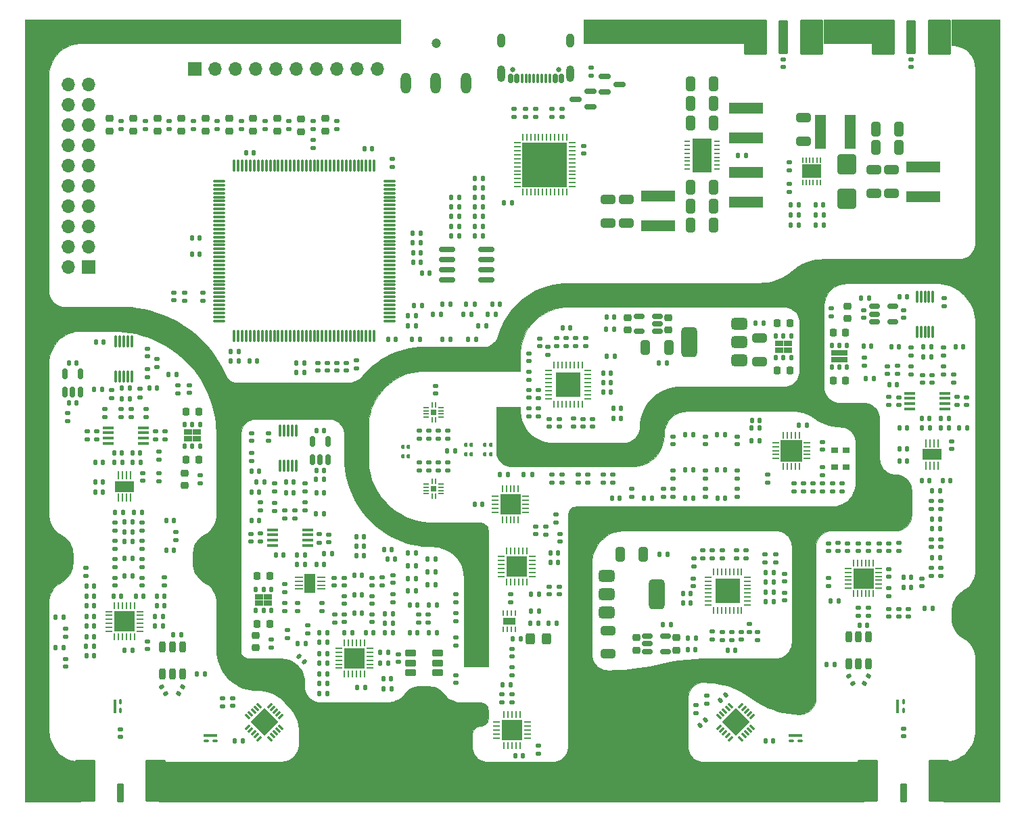
<source format=gts>
G04 #@! TF.GenerationSoftware,KiCad,Pcbnew,8.0.0*
G04 #@! TF.CreationDate,2024-03-13T17:16:33-04:00*
G04 #@! TF.ProjectId,VNA,564e412e-6b69-4636-9164-5f7063625858,rev?*
G04 #@! TF.SameCoordinates,PX535a28cPY8422900*
G04 #@! TF.FileFunction,Soldermask,Top*
G04 #@! TF.FilePolarity,Negative*
%FSLAX46Y46*%
G04 Gerber Fmt 4.6, Leading zero omitted, Abs format (unit mm)*
G04 Created by KiCad (PCBNEW 8.0.0) date 2024-03-13 17:16:33*
%MOMM*%
%LPD*%
G01*
G04 APERTURE LIST*
G04 Aperture macros list*
%AMRoundRect*
0 Rectangle with rounded corners*
0 $1 Rounding radius*
0 $2 $3 $4 $5 $6 $7 $8 $9 X,Y pos of 4 corners*
0 Add a 4 corners polygon primitive as box body*
4,1,4,$2,$3,$4,$5,$6,$7,$8,$9,$2,$3,0*
0 Add four circle primitives for the rounded corners*
1,1,$1+$1,$2,$3*
1,1,$1+$1,$4,$5*
1,1,$1+$1,$6,$7*
1,1,$1+$1,$8,$9*
0 Add four rect primitives between the rounded corners*
20,1,$1+$1,$2,$3,$4,$5,0*
20,1,$1+$1,$4,$5,$6,$7,0*
20,1,$1+$1,$6,$7,$8,$9,0*
20,1,$1+$1,$8,$9,$2,$3,0*%
%AMRotRect*
0 Rectangle, with rotation*
0 The origin of the aperture is its center*
0 $1 length*
0 $2 width*
0 $3 Rotation angle, in degrees counterclockwise*
0 Add horizontal line*
21,1,$1,$2,0,0,$3*%
G04 Aperture macros list end*
%ADD10C,0.100000*%
%ADD11RoundRect,0.140000X-0.140000X-0.170000X0.140000X-0.170000X0.140000X0.170000X-0.140000X0.170000X0*%
%ADD12RoundRect,0.140000X0.170000X-0.140000X0.170000X0.140000X-0.170000X0.140000X-0.170000X-0.140000X0*%
%ADD13RoundRect,0.140000X-0.170000X0.140000X-0.170000X-0.140000X0.170000X-0.140000X0.170000X0.140000X0*%
%ADD14RoundRect,0.112500X-0.112500X0.202500X-0.112500X-0.202500X0.112500X-0.202500X0.112500X0.202500X0*%
%ADD15R,1.050000X0.800000*%
%ADD16RoundRect,0.135000X0.135000X0.185000X-0.135000X0.185000X-0.135000X-0.185000X0.135000X-0.185000X0*%
%ADD17RoundRect,0.135000X-0.135000X-0.185000X0.135000X-0.185000X0.135000X0.185000X-0.135000X0.185000X0*%
%ADD18RoundRect,0.135000X0.185000X-0.135000X0.185000X0.135000X-0.185000X0.135000X-0.185000X-0.135000X0*%
%ADD19RoundRect,0.147500X-0.172500X0.147500X-0.172500X-0.147500X0.172500X-0.147500X0.172500X0.147500X0*%
%ADD20RoundRect,0.140000X0.140000X0.170000X-0.140000X0.170000X-0.140000X-0.170000X0.140000X-0.170000X0*%
%ADD21RoundRect,0.150000X-0.512500X-0.150000X0.512500X-0.150000X0.512500X0.150000X-0.512500X0.150000X0*%
%ADD22RoundRect,0.250000X0.325000X0.650000X-0.325000X0.650000X-0.325000X-0.650000X0.325000X-0.650000X0*%
%ADD23RoundRect,0.135000X-0.185000X0.135000X-0.185000X-0.135000X0.185000X-0.135000X0.185000X0.135000X0*%
%ADD24RoundRect,0.225000X-0.225000X-0.250000X0.225000X-0.250000X0.225000X0.250000X-0.225000X0.250000X0*%
%ADD25R,1.400000X4.200000*%
%ADD26RoundRect,0.062500X0.350000X0.062500X-0.350000X0.062500X-0.350000X-0.062500X0.350000X-0.062500X0*%
%ADD27RoundRect,0.062500X0.062500X0.350000X-0.062500X0.350000X-0.062500X-0.350000X0.062500X-0.350000X0*%
%ADD28R,2.500000X2.500000*%
%ADD29RoundRect,0.225000X0.225000X0.250000X-0.225000X0.250000X-0.225000X-0.250000X0.225000X-0.250000X0*%
%ADD30RoundRect,0.147500X0.172500X-0.147500X0.172500X0.147500X-0.172500X0.147500X-0.172500X-0.147500X0*%
%ADD31R,1.700000X1.700000*%
%ADD32O,1.700000X1.700000*%
%ADD33RoundRect,0.250000X0.325000X0.450000X-0.325000X0.450000X-0.325000X-0.450000X0.325000X-0.450000X0*%
%ADD34RoundRect,0.200000X-0.500000X-0.200000X0.500000X-0.200000X0.500000X0.200000X-0.500000X0.200000X0*%
%ADD35RoundRect,0.105975X0.105975X-0.179475X0.105975X0.179475X-0.105975X0.179475X-0.105975X-0.179475X0*%
%ADD36RoundRect,0.218750X0.256250X-0.218750X0.256250X0.218750X-0.256250X0.218750X-0.256250X-0.218750X0*%
%ADD37C,0.650000*%
%ADD38RoundRect,0.150000X0.150000X0.425000X-0.150000X0.425000X-0.150000X-0.425000X0.150000X-0.425000X0*%
%ADD39RoundRect,0.075000X0.075000X0.500000X-0.075000X0.500000X-0.075000X-0.500000X0.075000X-0.500000X0*%
%ADD40O,1.000000X2.100000*%
%ADD41O,1.000000X1.800000*%
%ADD42RoundRect,0.075000X0.075000X-0.662500X0.075000X0.662500X-0.075000X0.662500X-0.075000X-0.662500X0*%
%ADD43RoundRect,0.075000X0.662500X-0.075000X0.662500X0.075000X-0.662500X0.075000X-0.662500X-0.075000X0*%
%ADD44RoundRect,0.225000X-0.250000X0.225000X-0.250000X-0.225000X0.250000X-0.225000X0.250000X0.225000X0*%
%ADD45RoundRect,0.250000X0.650000X-0.325000X0.650000X0.325000X-0.650000X0.325000X-0.650000X-0.325000X0*%
%ADD46RoundRect,0.062500X0.412500X0.062500X-0.412500X0.062500X-0.412500X-0.062500X0.412500X-0.062500X0*%
%ADD47R,1.450000X2.400000*%
%ADD48R,1.450000X0.450000*%
%ADD49RoundRect,0.147500X0.147500X0.172500X-0.147500X0.172500X-0.147500X-0.172500X0.147500X-0.172500X0*%
%ADD50R,4.200000X1.400000*%
%ADD51RoundRect,0.147500X-0.147500X-0.172500X0.147500X-0.172500X0.147500X0.172500X-0.147500X0.172500X0*%
%ADD52R,0.250000X0.700000*%
%ADD53R,2.380000X1.660000*%
%ADD54RoundRect,0.140000X0.219203X0.021213X0.021213X0.219203X-0.219203X-0.021213X-0.021213X-0.219203X0*%
%ADD55RoundRect,0.062500X0.062500X-0.375000X0.062500X0.375000X-0.062500X0.375000X-0.062500X-0.375000X0*%
%ADD56RoundRect,0.062500X0.375000X-0.062500X0.375000X0.062500X-0.375000X0.062500X-0.375000X-0.062500X0*%
%ADD57R,3.100000X3.100000*%
%ADD58RoundRect,0.150000X0.587500X0.150000X-0.587500X0.150000X-0.587500X-0.150000X0.587500X-0.150000X0*%
%ADD59RoundRect,0.225000X0.250000X-0.225000X0.250000X0.225000X-0.250000X0.225000X-0.250000X-0.225000X0*%
%ADD60RoundRect,0.062500X-0.062500X0.350000X-0.062500X-0.350000X0.062500X-0.350000X0.062500X0.350000X0*%
%ADD61RoundRect,0.062500X-0.350000X0.062500X-0.350000X-0.062500X0.350000X-0.062500X0.350000X0.062500X0*%
%ADD62R,2.600000X2.600000*%
%ADD63RoundRect,0.062500X0.062500X-0.412500X0.062500X0.412500X-0.062500X0.412500X-0.062500X-0.412500X0*%
%ADD64R,2.400000X1.450000*%
%ADD65RoundRect,0.135000X-0.092715X0.209413X-0.227715X-0.024413X0.092715X-0.209413X0.227715X0.024413X0*%
%ADD66R,5.600000X5.600000*%
%ADD67RoundRect,0.101600X0.300000X-1.050000X0.300000X1.050000X-0.300000X1.050000X-0.300000X-1.050000X0*%
%ADD68RoundRect,0.101600X1.143000X-2.540000X1.143000X2.540000X-1.143000X2.540000X-1.143000X-2.540000X0*%
%ADD69RoundRect,0.062500X-0.062500X0.375000X-0.062500X-0.375000X0.062500X-0.375000X0.062500X0.375000X0*%
%ADD70RoundRect,0.062500X-0.375000X0.062500X-0.375000X-0.062500X0.375000X-0.062500X0.375000X0.062500X0*%
%ADD71RoundRect,0.075000X0.075000X-0.650000X0.075000X0.650000X-0.075000X0.650000X-0.075000X-0.650000X0*%
%ADD72RoundRect,0.140000X-0.021213X0.219203X-0.219203X0.021213X0.021213X-0.219203X0.219203X-0.021213X0*%
%ADD73RoundRect,0.187500X0.262500X-0.187500X0.262500X0.187500X-0.262500X0.187500X-0.262500X-0.187500X0*%
%ADD74RoundRect,0.062500X-0.350000X-0.062500X0.350000X-0.062500X0.350000X0.062500X-0.350000X0.062500X0*%
%ADD75RoundRect,0.062500X-0.062500X-0.350000X0.062500X-0.350000X0.062500X0.350000X-0.062500X0.350000X0*%
%ADD76RoundRect,0.150000X0.150000X-0.512500X0.150000X0.512500X-0.150000X0.512500X-0.150000X-0.512500X0*%
%ADD77C,1.200000*%
%ADD78O,1.308000X2.616000*%
%ADD79RoundRect,0.075000X0.225000X0.075000X-0.225000X0.075000X-0.225000X-0.075000X0.225000X-0.075000X0*%
%ADD80RoundRect,0.087500X0.762500X0.087500X-0.762500X0.087500X-0.762500X-0.087500X0.762500X-0.087500X0*%
%ADD81RoundRect,0.250000X-0.650000X0.325000X-0.650000X-0.325000X0.650000X-0.325000X0.650000X0.325000X0*%
%ADD82RoundRect,0.150000X0.512500X0.150000X-0.512500X0.150000X-0.512500X-0.150000X0.512500X-0.150000X0*%
%ADD83RoundRect,0.112500X0.112500X-0.202500X0.112500X0.202500X-0.112500X0.202500X-0.112500X-0.202500X0*%
%ADD84RoundRect,0.075000X-0.075000X0.225000X-0.075000X-0.225000X0.075000X-0.225000X0.075000X0.225000X0*%
%ADD85RoundRect,0.087500X-0.087500X0.762500X-0.087500X-0.762500X0.087500X-0.762500X0.087500X0.762500X0*%
%ADD86RoundRect,0.135000X-0.227715X0.024413X-0.092715X-0.209413X0.227715X-0.024413X0.092715X0.209413X0*%
%ADD87RoundRect,0.101600X-0.500000X2.000000X-0.500000X-2.000000X0.500000X-2.000000X0.500000X2.000000X0*%
%ADD88RoundRect,0.101600X-1.333500X2.095500X-1.333500X-2.095500X1.333500X-2.095500X1.333500X2.095500X0*%
%ADD89RoundRect,0.250000X0.900000X-1.000000X0.900000X1.000000X-0.900000X1.000000X-0.900000X-1.000000X0*%
%ADD90RoundRect,0.100000X0.000000X-0.244000X0.000000X0.244000X0.000000X0.244000X0.000000X-0.244000X0*%
%ADD91RoundRect,0.100000X0.244000X0.000000X-0.244000X0.000000X-0.244000X0.000000X0.244000X0.000000X0*%
%ADD92R,0.760000X0.760000*%
%ADD93RoundRect,0.375000X0.625000X0.375000X-0.625000X0.375000X-0.625000X-0.375000X0.625000X-0.375000X0*%
%ADD94RoundRect,0.500000X0.500000X1.400000X-0.500000X1.400000X-0.500000X-1.400000X0.500000X-1.400000X0*%
%ADD95RoundRect,0.150000X0.825000X0.150000X-0.825000X0.150000X-0.825000X-0.150000X0.825000X-0.150000X0*%
%ADD96RoundRect,0.062500X-0.062500X0.300000X-0.062500X-0.300000X0.062500X-0.300000X0.062500X0.300000X0*%
%ADD97R,1.600000X0.900000*%
%ADD98RoundRect,0.100000X0.000000X0.244000X0.000000X-0.244000X0.000000X-0.244000X0.000000X0.244000X0*%
%ADD99RoundRect,0.100000X-0.244000X0.000000X0.244000X0.000000X0.244000X0.000000X-0.244000X0.000000X0*%
%ADD100RoundRect,0.200000X-0.200000X0.500000X-0.200000X-0.500000X0.200000X-0.500000X0.200000X0.500000X0*%
%ADD101RoundRect,0.150000X-0.587500X-0.150000X0.587500X-0.150000X0.587500X0.150000X-0.587500X0.150000X0*%
%ADD102RoundRect,0.062500X-0.203293X-0.291682X0.291682X0.203293X0.203293X0.291682X-0.291682X-0.203293X0*%
%ADD103RoundRect,0.062500X0.203293X-0.291682X0.291682X-0.203293X-0.203293X0.291682X-0.291682X0.203293X0*%
%ADD104RotRect,2.500000X2.500000X45.000000*%
%ADD105R,0.700000X0.250000*%
%ADD106R,2.440000X4.340000*%
%ADD107RoundRect,0.062500X0.337500X0.062500X-0.337500X0.062500X-0.337500X-0.062500X0.337500X-0.062500X0*%
%ADD108RoundRect,0.062500X0.062500X0.337500X-0.062500X0.337500X-0.062500X-0.337500X0.062500X-0.337500X0*%
%ADD109R,2.700000X2.700000*%
%ADD110RoundRect,0.140000X0.021213X-0.219203X0.219203X-0.021213X-0.021213X0.219203X-0.219203X0.021213X0*%
%ADD111RoundRect,0.375000X-0.625000X-0.375000X0.625000X-0.375000X0.625000X0.375000X-0.625000X0.375000X0*%
%ADD112RoundRect,0.500000X-0.500000X-1.400000X0.500000X-1.400000X0.500000X1.400000X-0.500000X1.400000X0*%
G04 APERTURE END LIST*
D10*
X90018900Y92983600D02*
X70018900Y92983600D01*
X70018900Y95983600D01*
X90018900Y95983600D01*
X90018900Y92983600D01*
G36*
X90018900Y92983600D02*
G01*
X70018900Y92983600D01*
X70018900Y95983600D01*
X90018900Y95983600D01*
X90018900Y92983600D01*
G37*
X106018900Y92983600D02*
X100018900Y92983600D01*
X100018900Y95983600D01*
X106018900Y95983600D01*
X106018900Y92983600D01*
G36*
X106018900Y92983600D02*
G01*
X100018900Y92983600D01*
X100018900Y95983600D01*
X106018900Y95983600D01*
X106018900Y92983600D01*
G37*
X47018900Y92983600D02*
X7018900Y92983600D01*
X6238539Y92906741D01*
X5857761Y92811361D01*
X5488166Y92679118D01*
X5133313Y92511285D01*
X4796619Y92309478D01*
X4481327Y92075642D01*
X4190473Y91812027D01*
X3926858Y91521173D01*
X3693022Y91205881D01*
X3491215Y90869187D01*
X3323382Y90514334D01*
X3191139Y90144739D01*
X3095759Y89763961D01*
X3038161Y89375669D01*
X3018900Y88983600D01*
X3018900Y61983600D01*
X3039257Y61698970D01*
X3099914Y61420135D01*
X3199636Y61152770D01*
X3336393Y60902318D01*
X3507401Y60673879D01*
X3709179Y60472101D01*
X3937618Y60301093D01*
X4188070Y60164336D01*
X4455435Y60064614D01*
X4734270Y60003957D01*
X5018900Y59983600D01*
X9018900Y59983600D01*
X11018900Y59983600D01*
X12556292Y60007720D01*
X13323765Y59958267D01*
X14087508Y59867955D01*
X14845347Y59737040D01*
X15595127Y59565895D01*
X16334712Y59355008D01*
X17061998Y59104978D01*
X17774915Y58816517D01*
X18471433Y58490446D01*
X19149570Y58127693D01*
X19807397Y57729292D01*
X20443040Y57296374D01*
X21054691Y56830173D01*
X21640608Y56332016D01*
X22199125Y55803321D01*
X22728651Y55245592D01*
X23227679Y54660416D01*
X23694789Y54049459D01*
X24128652Y53414461D01*
X24528032Y52757228D01*
X24891794Y52079631D01*
X25218900Y51383599D01*
X25218900Y51383600D01*
X25266350Y51282325D01*
X25318900Y51183600D01*
X25456272Y50983945D01*
X25626485Y50811431D01*
X25824278Y50671391D01*
X26043537Y50568151D01*
X26277488Y50504902D01*
X26518899Y50483600D01*
X26518900Y50483600D01*
X40318900Y50483600D01*
X40642700Y50495125D01*
X40962321Y50548238D01*
X41272446Y50642055D01*
X41567913Y50775015D01*
X41843804Y50944905D01*
X42095530Y51148899D01*
X42318900Y51383600D01*
X42735682Y51851805D01*
X43180884Y52293074D01*
X43652770Y52705684D01*
X44149496Y53088027D01*
X44669125Y53438611D01*
X45209629Y53756067D01*
X45768900Y54039156D01*
X46344754Y54286774D01*
X46934946Y54497955D01*
X47537171Y54671875D01*
X48149080Y54807855D01*
X48768285Y54905364D01*
X49392370Y54964022D01*
X50018900Y54983600D01*
X57018900Y54983600D01*
X57570205Y54976671D01*
X57841431Y55029476D01*
X58102943Y55118716D01*
X58349870Y55242728D01*
X58577614Y55399203D01*
X58781934Y55585228D01*
X58959026Y55797337D01*
X59105591Y56031582D01*
X59218900Y56283600D01*
X59518900Y57083600D01*
X59751478Y57641519D01*
X60018900Y58183600D01*
X60666497Y59222273D01*
X61041383Y59706468D01*
X61448097Y60164253D01*
X61884784Y60593540D01*
X62349453Y60992371D01*
X62839983Y61358927D01*
X63354138Y61691536D01*
X63889572Y61988680D01*
X64443841Y62249004D01*
X65014419Y62471321D01*
X65598702Y62654616D01*
X66194025Y62798053D01*
X66797672Y62900977D01*
X67406890Y62962921D01*
X68018900Y62983600D01*
X75018900Y62983600D01*
X92018900Y62983600D01*
X92503391Y63002923D01*
X92984804Y63060771D01*
X93460081Y63156777D01*
X93926202Y63290330D01*
X94380206Y63460581D01*
X94819208Y63666450D01*
X95240421Y63906628D01*
X95641166Y64179589D01*
X96018900Y64483600D01*
X96797379Y65060572D01*
X97218592Y65300750D01*
X97657594Y65506618D01*
X98111598Y65676870D01*
X98577719Y65810423D01*
X99052996Y65906428D01*
X99534409Y65964276D01*
X100018900Y65983600D01*
X117018900Y65983600D01*
X117303530Y66003957D01*
X117582365Y66064614D01*
X117849730Y66164336D01*
X118100182Y66301093D01*
X118328621Y66472101D01*
X118530399Y66673879D01*
X118701407Y66902318D01*
X118838164Y67152770D01*
X118937886Y67420135D01*
X118998543Y67698970D01*
X119018900Y67983600D01*
X119018900Y89783600D01*
X118943684Y90451163D01*
X118850550Y90774437D01*
X118721807Y91085251D01*
X118559073Y91379696D01*
X118364394Y91654069D01*
X118140220Y91904920D01*
X117889369Y92129094D01*
X117614996Y92323773D01*
X117320551Y92486507D01*
X117009737Y92615250D01*
X116686463Y92708384D01*
X116354793Y92764737D01*
X116018900Y92783600D01*
X116018900Y95983600D01*
X122018900Y95983600D01*
X122018900Y65983600D01*
X122018900Y-2016400D01*
X115018900Y-2016400D01*
X115018900Y2983600D01*
X115799261Y3060459D01*
X116180039Y3155839D01*
X116549634Y3288082D01*
X116904487Y3455915D01*
X117241181Y3657722D01*
X117556473Y3891558D01*
X117847327Y4155173D01*
X118110942Y4446027D01*
X118344778Y4761319D01*
X118546585Y5098013D01*
X118714418Y5452866D01*
X118846661Y5822461D01*
X118942041Y6203239D01*
X118999639Y6591531D01*
X119018900Y6983600D01*
X119018900Y15983600D01*
X118998493Y16323047D01*
X118937566Y16657604D01*
X118836996Y16982452D01*
X118698231Y17292912D01*
X118523272Y17584511D01*
X118314638Y17853048D01*
X118075334Y18094656D01*
X117808808Y18305855D01*
X117518899Y18483600D01*
X117518900Y18483600D01*
X117228991Y18661346D01*
X116962466Y18872544D01*
X116723162Y19114152D01*
X116514528Y19382690D01*
X116339569Y19674288D01*
X116200805Y19984748D01*
X116100235Y20309596D01*
X116039307Y20644153D01*
X116018900Y20983600D01*
X116018900Y21983600D01*
X116100234Y22657604D01*
X116200804Y22982452D01*
X116339568Y23292912D01*
X116514528Y23584511D01*
X116723162Y23853048D01*
X116962465Y24094656D01*
X117228991Y24305854D01*
X117518900Y24483600D01*
X117808809Y24661345D01*
X118075335Y24872544D01*
X118314638Y25114152D01*
X118523272Y25382690D01*
X118698231Y25674289D01*
X118836995Y25984748D01*
X118937565Y26309596D01*
X118998493Y26644154D01*
X119018900Y26983601D01*
X119018900Y57983600D01*
X118999873Y58419379D01*
X118942939Y58851841D01*
X118848529Y59277695D01*
X118717363Y59693701D01*
X118550439Y60096691D01*
X118349027Y60483600D01*
X118114660Y60851482D01*
X117849122Y61197538D01*
X117554434Y61519134D01*
X117232838Y61813822D01*
X116886782Y62079360D01*
X116518900Y62313727D01*
X116131991Y62515139D01*
X115729001Y62682063D01*
X115312995Y62813229D01*
X114887141Y62907639D01*
X114454679Y62964573D01*
X114018900Y62983600D01*
X103018900Y62983600D01*
X102351337Y62908384D01*
X102028063Y62815250D01*
X101717249Y62686507D01*
X101422804Y62523773D01*
X101148431Y62329094D01*
X100897580Y62104920D01*
X100673406Y61854069D01*
X100478727Y61579696D01*
X100315993Y61285251D01*
X100187250Y60974437D01*
X100094116Y60651163D01*
X100037763Y60319493D01*
X100018900Y59983600D01*
X100018900Y49983600D01*
X100039257Y49698970D01*
X100099914Y49420135D01*
X100199636Y49152770D01*
X100336393Y48902318D01*
X100507401Y48673879D01*
X100709179Y48472101D01*
X100937618Y48301093D01*
X101188070Y48164336D01*
X101455435Y48064614D01*
X101734270Y48003957D01*
X102018900Y47983600D01*
X105018900Y47983600D01*
X105303530Y47963243D01*
X105582365Y47902586D01*
X105849730Y47802864D01*
X106100182Y47666107D01*
X106328621Y47495099D01*
X106530399Y47293321D01*
X106701407Y47064882D01*
X106838164Y46814430D01*
X106937886Y46547065D01*
X106998543Y46268230D01*
X107018900Y45983600D01*
X107018900Y40983600D01*
X107039257Y40698970D01*
X107099914Y40420135D01*
X107199636Y40152770D01*
X107336393Y39902318D01*
X107507401Y39673879D01*
X107709179Y39472101D01*
X107937618Y39301093D01*
X108188070Y39164336D01*
X108455435Y39064614D01*
X108734270Y39003957D01*
X109018900Y38983600D01*
X109303530Y38963243D01*
X109582365Y38902586D01*
X109849730Y38802864D01*
X110100182Y38666107D01*
X110328621Y38495099D01*
X110530399Y38293321D01*
X110701407Y38064882D01*
X110838164Y37814430D01*
X110937886Y37547065D01*
X110998543Y37268230D01*
X111018900Y36983600D01*
X111018900Y33983600D01*
X110998543Y33698970D01*
X110937886Y33420135D01*
X110838164Y33152770D01*
X110701407Y32902318D01*
X110530399Y32673879D01*
X110328621Y32472101D01*
X110100182Y32301093D01*
X109849730Y32164336D01*
X109582365Y32064614D01*
X109303530Y32003957D01*
X109018900Y31983600D01*
X101018900Y31983600D01*
X100734270Y31963243D01*
X100455435Y31902586D01*
X100188070Y31802864D01*
X99937618Y31666107D01*
X99709179Y31495099D01*
X99507401Y31293321D01*
X99336393Y31064882D01*
X99199636Y30814430D01*
X99099914Y30547065D01*
X99039257Y30268230D01*
X99018900Y29983600D01*
X99018900Y15983600D01*
X99018900Y10983600D01*
X98998543Y10698970D01*
X98937886Y10420135D01*
X98838164Y10152770D01*
X98701407Y9902318D01*
X98530399Y9673879D01*
X98328621Y9472101D01*
X98100182Y9301093D01*
X97849730Y9164336D01*
X97582365Y9064614D01*
X97303530Y9003957D01*
X97018900Y8983600D01*
X96310010Y9008758D01*
X95604686Y9084105D01*
X94906479Y9209262D01*
X94218900Y9383600D01*
X93621338Y9578565D01*
X93037274Y9810862D01*
X91918900Y10383600D01*
X91018900Y10983600D01*
X90490946Y11350843D01*
X89940733Y11683812D01*
X89370481Y11981160D01*
X88782495Y12241688D01*
X88179148Y12464344D01*
X87562877Y12648228D01*
X86936171Y12792597D01*
X86301561Y12896869D01*
X85661609Y12960623D01*
X85018900Y12983600D01*
X85018899Y12983600D01*
X84733892Y12964246D01*
X84454583Y12904327D01*
X84186716Y12805076D01*
X83935798Y12668532D01*
X83706989Y12497505D01*
X83504994Y12295510D01*
X83333967Y12066702D01*
X83197423Y11815784D01*
X83098172Y11547916D01*
X83038253Y11268607D01*
X83018900Y10983600D01*
X83018900Y7483600D01*
X83018900Y4983600D01*
X83039257Y4698970D01*
X83099914Y4420135D01*
X83199636Y4152770D01*
X83336393Y3902318D01*
X83507401Y3673879D01*
X83709179Y3472101D01*
X83937618Y3301093D01*
X84188070Y3164336D01*
X84455435Y3064614D01*
X84734270Y3003957D01*
X85018900Y2983600D01*
X105018900Y2983600D01*
X105018900Y-2016400D01*
X16818900Y-2016400D01*
X16818900Y2983600D01*
X32018900Y2983600D01*
X32614184Y3061971D01*
X32899072Y3158677D01*
X33168900Y3291742D01*
X33419051Y3458887D01*
X33645246Y3657254D01*
X33843613Y3883449D01*
X34010758Y4133600D01*
X34143823Y4403428D01*
X34240529Y4688316D01*
X34299223Y4983390D01*
X34318900Y5283600D01*
X34318900Y6983600D01*
X34233837Y7750808D01*
X34137682Y8125033D01*
X34006807Y8488575D01*
X33842368Y8838219D01*
X33645820Y9170874D01*
X33418900Y9483600D01*
X33409398Y9495477D01*
X33018900Y9983600D01*
X32397113Y10669746D01*
X32041274Y10966721D01*
X31659465Y11229470D01*
X31254967Y11455736D01*
X30831255Y11643575D01*
X30391971Y11791372D01*
X29940888Y11897859D01*
X29481882Y11962119D01*
X29018899Y11983600D01*
X29018900Y11983600D01*
X28583121Y12002627D01*
X28150659Y12059561D01*
X27724805Y12153971D01*
X27308799Y12285137D01*
X26905809Y12452061D01*
X26518900Y12653473D01*
X26151018Y12887840D01*
X25804962Y13153378D01*
X25483366Y13448066D01*
X25188678Y13769662D01*
X24923140Y14115718D01*
X24688773Y14483600D01*
X24487361Y14870509D01*
X24320437Y15273499D01*
X24189271Y15689505D01*
X24094861Y16115359D01*
X24037927Y16547821D01*
X24018900Y16983600D01*
X27018900Y16983600D01*
X27095020Y16600917D01*
X27187430Y16428030D01*
X27311793Y16276493D01*
X27463330Y16152130D01*
X27636217Y16059720D01*
X27823810Y16002815D01*
X28018900Y15983600D01*
X32018900Y15983600D01*
X32686463Y15908384D01*
X33009737Y15815250D01*
X33320551Y15686507D01*
X33614996Y15523773D01*
X33889369Y15329094D01*
X34140220Y15104920D01*
X34364394Y14854069D01*
X34559073Y14579696D01*
X34721807Y14285251D01*
X34850550Y13974437D01*
X34943684Y13651163D01*
X35000037Y13319493D01*
X35018900Y12983600D01*
X35018900Y12483600D01*
X35039257Y12198970D01*
X35099914Y11920135D01*
X35199636Y11652770D01*
X35336393Y11402318D01*
X35507401Y11173879D01*
X35709179Y10972101D01*
X35937618Y10801093D01*
X36188070Y10664336D01*
X36455435Y10564614D01*
X36734270Y10503957D01*
X37018900Y10483600D01*
X45518900Y10483600D01*
X46173532Y10570830D01*
X46486484Y10678436D01*
X46782481Y10826434D01*
X47056337Y11012233D01*
X47303252Y11232575D01*
X47518900Y11483600D01*
X47981464Y11954968D01*
X48255319Y12140766D01*
X48551316Y12288764D01*
X48864268Y12396370D01*
X49188692Y12461697D01*
X49518901Y12483600D01*
X50518900Y12483600D01*
X51173532Y12396370D01*
X51486484Y12288764D01*
X51782481Y12140765D01*
X52056337Y11954967D01*
X52303252Y11734624D01*
X52518901Y11483599D01*
X52518900Y11483600D01*
X52981464Y11012233D01*
X53255319Y10826434D01*
X53551316Y10678436D01*
X53864268Y10570830D01*
X54188691Y10505504D01*
X54518900Y10483600D01*
X57018900Y10483600D01*
X57401583Y10407480D01*
X57574470Y10315070D01*
X57726007Y10190707D01*
X57850370Y10039170D01*
X57942780Y9866283D01*
X57999685Y9678690D01*
X58018900Y9483600D01*
X58018900Y8483600D01*
X57942780Y8100917D01*
X57850370Y7928030D01*
X57726007Y7776493D01*
X57574470Y7652130D01*
X57401583Y7559720D01*
X57213990Y7502815D01*
X57018900Y7483600D01*
X56636217Y7407480D01*
X56463330Y7315070D01*
X56311793Y7190707D01*
X56187430Y7039170D01*
X56095020Y6866283D01*
X56038115Y6678690D01*
X56018900Y6483600D01*
X56018900Y4983600D01*
X56039257Y4698970D01*
X56099914Y4420135D01*
X56199636Y4152770D01*
X56336393Y3902318D01*
X56507401Y3673879D01*
X56709179Y3472101D01*
X56937618Y3301093D01*
X57188070Y3164336D01*
X57455435Y3064614D01*
X57734270Y3003957D01*
X58018900Y2983600D01*
X66018900Y2983600D01*
X66303530Y3003957D01*
X66582365Y3064614D01*
X66849730Y3164336D01*
X67100182Y3301093D01*
X67328621Y3472101D01*
X67530399Y3673879D01*
X67701407Y3902318D01*
X67838164Y4152770D01*
X67937886Y4420135D01*
X67998543Y4698970D01*
X68018900Y4983600D01*
X68018900Y7483600D01*
X68018900Y16483600D01*
X71018900Y16483600D01*
X71039257Y16198970D01*
X71099914Y15920135D01*
X71199636Y15652770D01*
X71336393Y15402318D01*
X71507401Y15173879D01*
X71709179Y14972101D01*
X71937618Y14801093D01*
X72188070Y14664336D01*
X72455435Y14564614D01*
X72734270Y14503957D01*
X73018900Y14483600D01*
X74084927Y14503657D01*
X75149444Y14563799D01*
X76210946Y14663940D01*
X78318900Y14983600D01*
X79718900Y15283600D01*
X80785203Y15514258D01*
X81860262Y15699876D01*
X82942175Y15840124D01*
X84822446Y15964060D01*
X85118900Y15983600D01*
X94018900Y15983600D01*
X94303530Y16003957D01*
X94582365Y16064614D01*
X94849730Y16164336D01*
X95100182Y16301093D01*
X95328621Y16472101D01*
X95530399Y16673879D01*
X95701407Y16902318D01*
X95838164Y17152770D01*
X95937886Y17420135D01*
X95998543Y17698970D01*
X96018900Y17983600D01*
X96018900Y29983600D01*
X95998543Y30268230D01*
X95937886Y30547065D01*
X95838164Y30814430D01*
X95701407Y31064882D01*
X95530399Y31293321D01*
X95328621Y31495099D01*
X95100182Y31666107D01*
X94849730Y31802864D01*
X94582365Y31902586D01*
X94303530Y31963243D01*
X94018900Y31983600D01*
X75018900Y31983600D01*
X74238539Y31906741D01*
X73857761Y31811361D01*
X73488166Y31679118D01*
X73133313Y31511285D01*
X72796619Y31309478D01*
X72481327Y31075642D01*
X72190473Y30812027D01*
X71926858Y30521173D01*
X71693022Y30205881D01*
X71491215Y29869187D01*
X71323382Y29514334D01*
X71191139Y29144739D01*
X71095759Y28763961D01*
X71038161Y28375669D01*
X71018900Y27983600D01*
X71018900Y27883600D01*
X71018900Y16983600D01*
X71018900Y16483600D01*
X68018900Y16483600D01*
X68018900Y33983600D01*
X68095020Y34366283D01*
X68187430Y34539170D01*
X68311793Y34690707D01*
X68463330Y34815070D01*
X68636217Y34907480D01*
X68823810Y34964385D01*
X69018900Y34983600D01*
X99018900Y34983600D01*
X101018900Y34983600D01*
X101686463Y35058816D01*
X102009737Y35151950D01*
X102320551Y35280693D01*
X102614996Y35443427D01*
X102889369Y35638106D01*
X103140220Y35862280D01*
X103364394Y36113131D01*
X103559073Y36387504D01*
X103721807Y36681949D01*
X103850550Y36992763D01*
X103943684Y37316037D01*
X104000037Y37647707D01*
X104018900Y37983600D01*
X104018900Y42983600D01*
X103998543Y43268230D01*
X103937886Y43547065D01*
X103838164Y43814430D01*
X103701407Y44064882D01*
X103530399Y44293321D01*
X103328621Y44495099D01*
X103100182Y44666107D01*
X102849730Y44802864D01*
X102582365Y44902586D01*
X102303530Y44963243D01*
X102018900Y44983600D01*
X101559904Y45004713D01*
X101104783Y45067871D01*
X100657383Y45172543D01*
X100221480Y45317844D01*
X99800757Y45502547D01*
X99398765Y45725092D01*
X99018901Y45983600D01*
X99018900Y45983600D01*
X98237044Y46464653D01*
X97816320Y46649356D01*
X97380417Y46794657D01*
X96933017Y46899329D01*
X96477896Y46962488D01*
X96018900Y46983600D01*
X83018900Y46983600D01*
X82351337Y46908384D01*
X82028063Y46815250D01*
X81717249Y46686507D01*
X81422804Y46523773D01*
X81148431Y46329094D01*
X80897580Y46104920D01*
X80673406Y45854069D01*
X80478727Y45579696D01*
X80315993Y45285251D01*
X80187250Y44974437D01*
X80094116Y44651163D01*
X80037763Y44319493D01*
X80018900Y43983600D01*
X79942041Y43203239D01*
X79846661Y42822461D01*
X79714418Y42452866D01*
X79546585Y42098013D01*
X79344778Y41761319D01*
X79110942Y41446027D01*
X78847327Y41155173D01*
X78556473Y40891558D01*
X78241181Y40657722D01*
X77904487Y40455915D01*
X77549634Y40288082D01*
X77180039Y40155839D01*
X76799261Y40060459D01*
X76410969Y40002861D01*
X76018900Y39983600D01*
X61018900Y39983600D01*
X60734270Y40003957D01*
X60455435Y40064614D01*
X60188070Y40164336D01*
X59937618Y40301093D01*
X59709179Y40472101D01*
X59507401Y40673879D01*
X59336393Y40902318D01*
X59199636Y41152770D01*
X59099914Y41420135D01*
X59039257Y41698970D01*
X59018900Y41983600D01*
X59018900Y47483600D01*
X62018900Y47483600D01*
X62018900Y46983600D01*
X62095759Y46203239D01*
X62191139Y45822461D01*
X62323382Y45452866D01*
X62491215Y45098013D01*
X62693022Y44761319D01*
X62926858Y44446027D01*
X63190473Y44155173D01*
X63481327Y43891558D01*
X63796619Y43657722D01*
X64133313Y43455915D01*
X64488166Y43288082D01*
X64857761Y43155839D01*
X65238539Y43060459D01*
X65626831Y43002861D01*
X66018900Y42983600D01*
X75018900Y42983600D01*
X75303530Y43003957D01*
X75582365Y43064614D01*
X75849730Y43164336D01*
X76100182Y43301093D01*
X76328621Y43472101D01*
X76530399Y43673879D01*
X76701407Y43902318D01*
X76838164Y44152770D01*
X76937886Y44420135D01*
X76998543Y44698970D01*
X77018900Y44983600D01*
X77037927Y45419379D01*
X77094861Y45851841D01*
X77189271Y46277695D01*
X77320437Y46693701D01*
X77487361Y47096691D01*
X77688773Y47483600D01*
X77923140Y47851482D01*
X78188678Y48197538D01*
X78483366Y48519134D01*
X78804962Y48813822D01*
X79151018Y49079360D01*
X79518900Y49313727D01*
X79905809Y49515139D01*
X80308799Y49682063D01*
X80724805Y49813229D01*
X81150659Y49907639D01*
X81583121Y49964573D01*
X82018900Y49983600D01*
X95018900Y49983600D01*
X95303530Y50003957D01*
X95582365Y50064614D01*
X95849730Y50164336D01*
X96100182Y50301093D01*
X96328621Y50472101D01*
X96530399Y50673879D01*
X96701407Y50902318D01*
X96838164Y51152770D01*
X96937886Y51420135D01*
X96998543Y51698970D01*
X97018900Y51983600D01*
X97018900Y57983600D01*
X96998543Y58268230D01*
X96937886Y58547065D01*
X96838164Y58814430D01*
X96701407Y59064882D01*
X96530399Y59293321D01*
X96328621Y59495099D01*
X96100182Y59666107D01*
X95849730Y59802864D01*
X95582365Y59902586D01*
X95303530Y59963243D01*
X95018900Y59983600D01*
X75018900Y59983600D01*
X68018900Y59983600D01*
X67523424Y59963107D01*
X67031332Y59901768D01*
X66545987Y59800002D01*
X66070703Y59658503D01*
X65608727Y59478240D01*
X65163216Y59260443D01*
X64737211Y59006599D01*
X64333624Y58718443D01*
X63955211Y58397943D01*
X63604557Y58047289D01*
X63284057Y57668876D01*
X62995901Y57265289D01*
X62742057Y56839284D01*
X62524260Y56393773D01*
X62343997Y55931797D01*
X62202498Y55456513D01*
X62100732Y54971168D01*
X62039393Y54479076D01*
X62018900Y53983600D01*
X62018900Y51983600D01*
X50018900Y51983600D01*
X49495789Y51964027D01*
X48975604Y51905416D01*
X48461253Y51808095D01*
X47955614Y51672610D01*
X47461513Y51499716D01*
X46981714Y51290382D01*
X46518900Y51045778D01*
X46075660Y50767271D01*
X45654471Y50456420D01*
X45257691Y50114963D01*
X44887537Y49744809D01*
X44546080Y49348029D01*
X44235229Y48926840D01*
X43956722Y48483600D01*
X43712118Y48020786D01*
X43502784Y47540987D01*
X43329890Y47046886D01*
X43194405Y46541247D01*
X43097084Y46026896D01*
X43038473Y45506711D01*
X43018900Y44983600D01*
X43018900Y40983600D01*
X43039283Y40412887D01*
X43100328Y39845081D01*
X43201725Y39283078D01*
X43342956Y38729740D01*
X43523302Y38187887D01*
X43741844Y37660280D01*
X43997468Y37149608D01*
X44288872Y36658473D01*
X44614570Y36189379D01*
X44972903Y35744714D01*
X45362046Y35326746D01*
X45780014Y34937603D01*
X46224679Y34579270D01*
X46693773Y34253572D01*
X47184908Y33962168D01*
X47695580Y33706544D01*
X48223187Y33488002D01*
X48765040Y33307656D01*
X49318378Y33166425D01*
X49880381Y33065028D01*
X50448187Y33003983D01*
X51018900Y32983600D01*
X57018900Y32983600D01*
X57401583Y32907480D01*
X57574470Y32815070D01*
X57726007Y32690707D01*
X57850370Y32539170D01*
X57942780Y32366283D01*
X57999685Y32178690D01*
X58018900Y31983600D01*
X58018900Y14983600D01*
X55018900Y14983600D01*
X55018900Y25983600D01*
X54942041Y26763961D01*
X54846661Y27144739D01*
X54714418Y27514334D01*
X54546585Y27869187D01*
X54344778Y28205881D01*
X54110942Y28521173D01*
X53847327Y28812027D01*
X53556473Y29075642D01*
X53241181Y29309478D01*
X52904487Y29511285D01*
X52549634Y29679118D01*
X52180039Y29811361D01*
X51799261Y29906741D01*
X51410969Y29964339D01*
X51018900Y29983600D01*
X49692997Y30063802D01*
X49036095Y30163781D01*
X48386428Y30303240D01*
X47746366Y30481670D01*
X47118246Y30698421D01*
X46504359Y30952702D01*
X45906945Y31243584D01*
X45328184Y31570006D01*
X44770188Y31930777D01*
X44234992Y32324582D01*
X43724551Y32749982D01*
X43240725Y33205425D01*
X42785282Y33689251D01*
X42359882Y34199692D01*
X41966077Y34734888D01*
X41605306Y35292884D01*
X41278884Y35871645D01*
X40988002Y36469059D01*
X40733721Y37082946D01*
X40516970Y37711066D01*
X40338540Y38351128D01*
X40199081Y39000795D01*
X40099102Y39657697D01*
X40038969Y40319437D01*
X40018900Y40983600D01*
X40018900Y43983600D01*
X39998543Y44268230D01*
X39937886Y44547065D01*
X39838164Y44814430D01*
X39701407Y45064882D01*
X39530399Y45293321D01*
X39328621Y45495099D01*
X39100182Y45666107D01*
X38849730Y45802864D01*
X38582365Y45902586D01*
X38303530Y45963243D01*
X38018900Y45983600D01*
X29018900Y45983600D01*
X28734270Y45963243D01*
X28455435Y45902586D01*
X28188070Y45802864D01*
X27937618Y45666107D01*
X27709179Y45495099D01*
X27507401Y45293321D01*
X27336393Y45064882D01*
X27199636Y44814430D01*
X27099914Y44547065D01*
X27039257Y44268230D01*
X27018900Y43983600D01*
X27018900Y16983600D01*
X24018900Y16983600D01*
X24018900Y22983600D01*
X23998493Y23323047D01*
X23937566Y23657604D01*
X23836996Y23982452D01*
X23698231Y24292912D01*
X23523272Y24584511D01*
X23314638Y24853048D01*
X23075334Y25094656D01*
X22808808Y25305855D01*
X22518899Y25483600D01*
X22518900Y25483600D01*
X22228991Y25661346D01*
X21962466Y25872544D01*
X21723162Y26114152D01*
X21514528Y26382690D01*
X21339569Y26674288D01*
X21200805Y26984748D01*
X21100235Y27309596D01*
X21039307Y27644153D01*
X21018900Y27983600D01*
X21018900Y28983600D01*
X21100234Y29657604D01*
X21200804Y29982452D01*
X21339568Y30292912D01*
X21514528Y30584511D01*
X21723162Y30853048D01*
X21962465Y31094656D01*
X22228991Y31305854D01*
X22518900Y31483600D01*
X22808809Y31661345D01*
X23075335Y31872544D01*
X23314638Y32114152D01*
X23523272Y32382690D01*
X23698231Y32674289D01*
X23836995Y32984748D01*
X23937565Y33309596D01*
X23998493Y33644154D01*
X24018900Y33983601D01*
X24018900Y43983600D01*
X23937159Y45439138D01*
X23835223Y46161181D01*
X23692963Y46876372D01*
X23510825Y47582462D01*
X23289383Y48277228D01*
X23029334Y48958485D01*
X22731495Y49624089D01*
X22396804Y50271946D01*
X22026315Y50900017D01*
X21621191Y51506327D01*
X21182709Y52088967D01*
X20712248Y52646106D01*
X20211288Y53175988D01*
X19681406Y53676948D01*
X19124267Y54147409D01*
X18541627Y54585891D01*
X17935317Y54991015D01*
X17307246Y55361504D01*
X16659389Y55696195D01*
X15993785Y55994034D01*
X15312528Y56254083D01*
X14617762Y56475525D01*
X13911672Y56657663D01*
X13196481Y56799923D01*
X12474438Y56901859D01*
X11747816Y56963149D01*
X11018900Y56983600D01*
X9018900Y56983600D01*
X7018900Y56983600D01*
X6238539Y56906741D01*
X5857761Y56811361D01*
X5488166Y56679118D01*
X5133313Y56511285D01*
X4796619Y56309478D01*
X4481327Y56075642D01*
X4190473Y55812027D01*
X3926858Y55521173D01*
X3693022Y55205881D01*
X3491215Y54869187D01*
X3323382Y54514334D01*
X3191139Y54144739D01*
X3095759Y53763961D01*
X3038161Y53375669D01*
X3018900Y52983600D01*
X3018900Y33983600D01*
X3100234Y33309596D01*
X3200804Y32984748D01*
X3339569Y32674289D01*
X3514528Y32382690D01*
X3723162Y32114152D01*
X3962465Y31872544D01*
X4228991Y31661346D01*
X4518900Y31483600D01*
X4808809Y31305854D01*
X5075334Y31094656D01*
X5314638Y30853047D01*
X5523272Y30584510D01*
X5698231Y30292911D01*
X5836995Y29982451D01*
X5937565Y29657603D01*
X5998493Y29323046D01*
X6018900Y28983599D01*
X6018900Y27983600D01*
X5998493Y27644153D01*
X5937565Y27309596D01*
X5836995Y26984748D01*
X5698231Y26674288D01*
X5523272Y26382690D01*
X5314638Y26114152D01*
X5075334Y25872544D01*
X4808808Y25661346D01*
X4518900Y25483600D01*
X4228992Y25305854D01*
X3962466Y25094655D01*
X3723163Y24853047D01*
X3514529Y24584510D01*
X3339569Y24292911D01*
X3200805Y23982452D01*
X3100235Y23657604D01*
X3039307Y23323047D01*
X3018900Y22983600D01*
X3018900Y6983600D01*
X3095759Y6203239D01*
X3191139Y5822461D01*
X3323382Y5452866D01*
X3491215Y5098013D01*
X3693022Y4761319D01*
X3926858Y4446027D01*
X4190473Y4155173D01*
X4481327Y3891558D01*
X4796619Y3657722D01*
X5133313Y3455915D01*
X5488166Y3288082D01*
X5857761Y3155839D01*
X6238539Y3060459D01*
X6626831Y3002861D01*
X7018900Y2983600D01*
X7018900Y-2016400D01*
X18900Y-2016400D01*
X18900Y95983600D01*
X47018900Y95983600D01*
X47018900Y92983600D01*
G36*
X47018900Y92983600D02*
G01*
X7018900Y92983600D01*
X6238539Y92906741D01*
X5857761Y92811361D01*
X5488166Y92679118D01*
X5133313Y92511285D01*
X4796619Y92309478D01*
X4481327Y92075642D01*
X4190473Y91812027D01*
X3926858Y91521173D01*
X3693022Y91205881D01*
X3491215Y90869187D01*
X3323382Y90514334D01*
X3191139Y90144739D01*
X3095759Y89763961D01*
X3038161Y89375669D01*
X3018900Y88983600D01*
X3018900Y61983600D01*
X3039257Y61698970D01*
X3099914Y61420135D01*
X3199636Y61152770D01*
X3336393Y60902318D01*
X3507401Y60673879D01*
X3709179Y60472101D01*
X3937618Y60301093D01*
X4188070Y60164336D01*
X4455435Y60064614D01*
X4734270Y60003957D01*
X5018900Y59983600D01*
X9018900Y59983600D01*
X11018900Y59983600D01*
X12556292Y60007720D01*
X13323765Y59958267D01*
X14087508Y59867955D01*
X14845347Y59737040D01*
X15595127Y59565895D01*
X16334712Y59355008D01*
X17061998Y59104978D01*
X17774915Y58816517D01*
X18471433Y58490446D01*
X19149570Y58127693D01*
X19807397Y57729292D01*
X20443040Y57296374D01*
X21054691Y56830173D01*
X21640608Y56332016D01*
X22199125Y55803321D01*
X22728651Y55245592D01*
X23227679Y54660416D01*
X23694789Y54049459D01*
X24128652Y53414461D01*
X24528032Y52757228D01*
X24891794Y52079631D01*
X25218900Y51383599D01*
X25218900Y51383600D01*
X25266350Y51282325D01*
X25318900Y51183600D01*
X25456272Y50983945D01*
X25626485Y50811431D01*
X25824278Y50671391D01*
X26043537Y50568151D01*
X26277488Y50504902D01*
X26518899Y50483600D01*
X26518900Y50483600D01*
X40318900Y50483600D01*
X40642700Y50495125D01*
X40962321Y50548238D01*
X41272446Y50642055D01*
X41567913Y50775015D01*
X41843804Y50944905D01*
X42095530Y51148899D01*
X42318900Y51383600D01*
X42735682Y51851805D01*
X43180884Y52293074D01*
X43652770Y52705684D01*
X44149496Y53088027D01*
X44669125Y53438611D01*
X45209629Y53756067D01*
X45768900Y54039156D01*
X46344754Y54286774D01*
X46934946Y54497955D01*
X47537171Y54671875D01*
X48149080Y54807855D01*
X48768285Y54905364D01*
X49392370Y54964022D01*
X50018900Y54983600D01*
X57018900Y54983600D01*
X57570205Y54976671D01*
X57841431Y55029476D01*
X58102943Y55118716D01*
X58349870Y55242728D01*
X58577614Y55399203D01*
X58781934Y55585228D01*
X58959026Y55797337D01*
X59105591Y56031582D01*
X59218900Y56283600D01*
X59518900Y57083600D01*
X59751478Y57641519D01*
X60018900Y58183600D01*
X60666497Y59222273D01*
X61041383Y59706468D01*
X61448097Y60164253D01*
X61884784Y60593540D01*
X62349453Y60992371D01*
X62839983Y61358927D01*
X63354138Y61691536D01*
X63889572Y61988680D01*
X64443841Y62249004D01*
X65014419Y62471321D01*
X65598702Y62654616D01*
X66194025Y62798053D01*
X66797672Y62900977D01*
X67406890Y62962921D01*
X68018900Y62983600D01*
X75018900Y62983600D01*
X92018900Y62983600D01*
X92503391Y63002923D01*
X92984804Y63060771D01*
X93460081Y63156777D01*
X93926202Y63290330D01*
X94380206Y63460581D01*
X94819208Y63666450D01*
X95240421Y63906628D01*
X95641166Y64179589D01*
X96018900Y64483600D01*
X96797379Y65060572D01*
X97218592Y65300750D01*
X97657594Y65506618D01*
X98111598Y65676870D01*
X98577719Y65810423D01*
X99052996Y65906428D01*
X99534409Y65964276D01*
X100018900Y65983600D01*
X117018900Y65983600D01*
X117303530Y66003957D01*
X117582365Y66064614D01*
X117849730Y66164336D01*
X118100182Y66301093D01*
X118328621Y66472101D01*
X118530399Y66673879D01*
X118701407Y66902318D01*
X118838164Y67152770D01*
X118937886Y67420135D01*
X118998543Y67698970D01*
X119018900Y67983600D01*
X119018900Y89783600D01*
X118943684Y90451163D01*
X118850550Y90774437D01*
X118721807Y91085251D01*
X118559073Y91379696D01*
X118364394Y91654069D01*
X118140220Y91904920D01*
X117889369Y92129094D01*
X117614996Y92323773D01*
X117320551Y92486507D01*
X117009737Y92615250D01*
X116686463Y92708384D01*
X116354793Y92764737D01*
X116018900Y92783600D01*
X116018900Y95983600D01*
X122018900Y95983600D01*
X122018900Y65983600D01*
X122018900Y-2016400D01*
X115018900Y-2016400D01*
X115018900Y2983600D01*
X115799261Y3060459D01*
X116180039Y3155839D01*
X116549634Y3288082D01*
X116904487Y3455915D01*
X117241181Y3657722D01*
X117556473Y3891558D01*
X117847327Y4155173D01*
X118110942Y4446027D01*
X118344778Y4761319D01*
X118546585Y5098013D01*
X118714418Y5452866D01*
X118846661Y5822461D01*
X118942041Y6203239D01*
X118999639Y6591531D01*
X119018900Y6983600D01*
X119018900Y15983600D01*
X118998493Y16323047D01*
X118937566Y16657604D01*
X118836996Y16982452D01*
X118698231Y17292912D01*
X118523272Y17584511D01*
X118314638Y17853048D01*
X118075334Y18094656D01*
X117808808Y18305855D01*
X117518899Y18483600D01*
X117518900Y18483600D01*
X117228991Y18661346D01*
X116962466Y18872544D01*
X116723162Y19114152D01*
X116514528Y19382690D01*
X116339569Y19674288D01*
X116200805Y19984748D01*
X116100235Y20309596D01*
X116039307Y20644153D01*
X116018900Y20983600D01*
X116018900Y21983600D01*
X116100234Y22657604D01*
X116200804Y22982452D01*
X116339568Y23292912D01*
X116514528Y23584511D01*
X116723162Y23853048D01*
X116962465Y24094656D01*
X117228991Y24305854D01*
X117518900Y24483600D01*
X117808809Y24661345D01*
X118075335Y24872544D01*
X118314638Y25114152D01*
X118523272Y25382690D01*
X118698231Y25674289D01*
X118836995Y25984748D01*
X118937565Y26309596D01*
X118998493Y26644154D01*
X119018900Y26983601D01*
X119018900Y57983600D01*
X118999873Y58419379D01*
X118942939Y58851841D01*
X118848529Y59277695D01*
X118717363Y59693701D01*
X118550439Y60096691D01*
X118349027Y60483600D01*
X118114660Y60851482D01*
X117849122Y61197538D01*
X117554434Y61519134D01*
X117232838Y61813822D01*
X116886782Y62079360D01*
X116518900Y62313727D01*
X116131991Y62515139D01*
X115729001Y62682063D01*
X115312995Y62813229D01*
X114887141Y62907639D01*
X114454679Y62964573D01*
X114018900Y62983600D01*
X103018900Y62983600D01*
X102351337Y62908384D01*
X102028063Y62815250D01*
X101717249Y62686507D01*
X101422804Y62523773D01*
X101148431Y62329094D01*
X100897580Y62104920D01*
X100673406Y61854069D01*
X100478727Y61579696D01*
X100315993Y61285251D01*
X100187250Y60974437D01*
X100094116Y60651163D01*
X100037763Y60319493D01*
X100018900Y59983600D01*
X100018900Y49983600D01*
X100039257Y49698970D01*
X100099914Y49420135D01*
X100199636Y49152770D01*
X100336393Y48902318D01*
X100507401Y48673879D01*
X100709179Y48472101D01*
X100937618Y48301093D01*
X101188070Y48164336D01*
X101455435Y48064614D01*
X101734270Y48003957D01*
X102018900Y47983600D01*
X105018900Y47983600D01*
X105303530Y47963243D01*
X105582365Y47902586D01*
X105849730Y47802864D01*
X106100182Y47666107D01*
X106328621Y47495099D01*
X106530399Y47293321D01*
X106701407Y47064882D01*
X106838164Y46814430D01*
X106937886Y46547065D01*
X106998543Y46268230D01*
X107018900Y45983600D01*
X107018900Y40983600D01*
X107039257Y40698970D01*
X107099914Y40420135D01*
X107199636Y40152770D01*
X107336393Y39902318D01*
X107507401Y39673879D01*
X107709179Y39472101D01*
X107937618Y39301093D01*
X108188070Y39164336D01*
X108455435Y39064614D01*
X108734270Y39003957D01*
X109018900Y38983600D01*
X109303530Y38963243D01*
X109582365Y38902586D01*
X109849730Y38802864D01*
X110100182Y38666107D01*
X110328621Y38495099D01*
X110530399Y38293321D01*
X110701407Y38064882D01*
X110838164Y37814430D01*
X110937886Y37547065D01*
X110998543Y37268230D01*
X111018900Y36983600D01*
X111018900Y33983600D01*
X110998543Y33698970D01*
X110937886Y33420135D01*
X110838164Y33152770D01*
X110701407Y32902318D01*
X110530399Y32673879D01*
X110328621Y32472101D01*
X110100182Y32301093D01*
X109849730Y32164336D01*
X109582365Y32064614D01*
X109303530Y32003957D01*
X109018900Y31983600D01*
X101018900Y31983600D01*
X100734270Y31963243D01*
X100455435Y31902586D01*
X100188070Y31802864D01*
X99937618Y31666107D01*
X99709179Y31495099D01*
X99507401Y31293321D01*
X99336393Y31064882D01*
X99199636Y30814430D01*
X99099914Y30547065D01*
X99039257Y30268230D01*
X99018900Y29983600D01*
X99018900Y15983600D01*
X99018900Y10983600D01*
X98998543Y10698970D01*
X98937886Y10420135D01*
X98838164Y10152770D01*
X98701407Y9902318D01*
X98530399Y9673879D01*
X98328621Y9472101D01*
X98100182Y9301093D01*
X97849730Y9164336D01*
X97582365Y9064614D01*
X97303530Y9003957D01*
X97018900Y8983600D01*
X96310010Y9008758D01*
X95604686Y9084105D01*
X94906479Y9209262D01*
X94218900Y9383600D01*
X93621338Y9578565D01*
X93037274Y9810862D01*
X91918900Y10383600D01*
X91018900Y10983600D01*
X90490946Y11350843D01*
X89940733Y11683812D01*
X89370481Y11981160D01*
X88782495Y12241688D01*
X88179148Y12464344D01*
X87562877Y12648228D01*
X86936171Y12792597D01*
X86301561Y12896869D01*
X85661609Y12960623D01*
X85018900Y12983600D01*
X85018899Y12983600D01*
X84733892Y12964246D01*
X84454583Y12904327D01*
X84186716Y12805076D01*
X83935798Y12668532D01*
X83706989Y12497505D01*
X83504994Y12295510D01*
X83333967Y12066702D01*
X83197423Y11815784D01*
X83098172Y11547916D01*
X83038253Y11268607D01*
X83018900Y10983600D01*
X83018900Y7483600D01*
X83018900Y4983600D01*
X83039257Y4698970D01*
X83099914Y4420135D01*
X83199636Y4152770D01*
X83336393Y3902318D01*
X83507401Y3673879D01*
X83709179Y3472101D01*
X83937618Y3301093D01*
X84188070Y3164336D01*
X84455435Y3064614D01*
X84734270Y3003957D01*
X85018900Y2983600D01*
X105018900Y2983600D01*
X105018900Y-2016400D01*
X16818900Y-2016400D01*
X16818900Y2983600D01*
X32018900Y2983600D01*
X32614184Y3061971D01*
X32899072Y3158677D01*
X33168900Y3291742D01*
X33419051Y3458887D01*
X33645246Y3657254D01*
X33843613Y3883449D01*
X34010758Y4133600D01*
X34143823Y4403428D01*
X34240529Y4688316D01*
X34299223Y4983390D01*
X34318900Y5283600D01*
X34318900Y6983600D01*
X34233837Y7750808D01*
X34137682Y8125033D01*
X34006807Y8488575D01*
X33842368Y8838219D01*
X33645820Y9170874D01*
X33418900Y9483600D01*
X33409398Y9495477D01*
X33018900Y9983600D01*
X32397113Y10669746D01*
X32041274Y10966721D01*
X31659465Y11229470D01*
X31254967Y11455736D01*
X30831255Y11643575D01*
X30391971Y11791372D01*
X29940888Y11897859D01*
X29481882Y11962119D01*
X29018899Y11983600D01*
X29018900Y11983600D01*
X28583121Y12002627D01*
X28150659Y12059561D01*
X27724805Y12153971D01*
X27308799Y12285137D01*
X26905809Y12452061D01*
X26518900Y12653473D01*
X26151018Y12887840D01*
X25804962Y13153378D01*
X25483366Y13448066D01*
X25188678Y13769662D01*
X24923140Y14115718D01*
X24688773Y14483600D01*
X24487361Y14870509D01*
X24320437Y15273499D01*
X24189271Y15689505D01*
X24094861Y16115359D01*
X24037927Y16547821D01*
X24018900Y16983600D01*
X27018900Y16983600D01*
X27095020Y16600917D01*
X27187430Y16428030D01*
X27311793Y16276493D01*
X27463330Y16152130D01*
X27636217Y16059720D01*
X27823810Y16002815D01*
X28018900Y15983600D01*
X32018900Y15983600D01*
X32686463Y15908384D01*
X33009737Y15815250D01*
X33320551Y15686507D01*
X33614996Y15523773D01*
X33889369Y15329094D01*
X34140220Y15104920D01*
X34364394Y14854069D01*
X34559073Y14579696D01*
X34721807Y14285251D01*
X34850550Y13974437D01*
X34943684Y13651163D01*
X35000037Y13319493D01*
X35018900Y12983600D01*
X35018900Y12483600D01*
X35039257Y12198970D01*
X35099914Y11920135D01*
X35199636Y11652770D01*
X35336393Y11402318D01*
X35507401Y11173879D01*
X35709179Y10972101D01*
X35937618Y10801093D01*
X36188070Y10664336D01*
X36455435Y10564614D01*
X36734270Y10503957D01*
X37018900Y10483600D01*
X45518900Y10483600D01*
X46173532Y10570830D01*
X46486484Y10678436D01*
X46782481Y10826434D01*
X47056337Y11012233D01*
X47303252Y11232575D01*
X47518900Y11483600D01*
X47981464Y11954968D01*
X48255319Y12140766D01*
X48551316Y12288764D01*
X48864268Y12396370D01*
X49188692Y12461697D01*
X49518901Y12483600D01*
X50518900Y12483600D01*
X51173532Y12396370D01*
X51486484Y12288764D01*
X51782481Y12140765D01*
X52056337Y11954967D01*
X52303252Y11734624D01*
X52518901Y11483599D01*
X52518900Y11483600D01*
X52981464Y11012233D01*
X53255319Y10826434D01*
X53551316Y10678436D01*
X53864268Y10570830D01*
X54188691Y10505504D01*
X54518900Y10483600D01*
X57018900Y10483600D01*
X57401583Y10407480D01*
X57574470Y10315070D01*
X57726007Y10190707D01*
X57850370Y10039170D01*
X57942780Y9866283D01*
X57999685Y9678690D01*
X58018900Y9483600D01*
X58018900Y8483600D01*
X57942780Y8100917D01*
X57850370Y7928030D01*
X57726007Y7776493D01*
X57574470Y7652130D01*
X57401583Y7559720D01*
X57213990Y7502815D01*
X57018900Y7483600D01*
X56636217Y7407480D01*
X56463330Y7315070D01*
X56311793Y7190707D01*
X56187430Y7039170D01*
X56095020Y6866283D01*
X56038115Y6678690D01*
X56018900Y6483600D01*
X56018900Y4983600D01*
X56039257Y4698970D01*
X56099914Y4420135D01*
X56199636Y4152770D01*
X56336393Y3902318D01*
X56507401Y3673879D01*
X56709179Y3472101D01*
X56937618Y3301093D01*
X57188070Y3164336D01*
X57455435Y3064614D01*
X57734270Y3003957D01*
X58018900Y2983600D01*
X66018900Y2983600D01*
X66303530Y3003957D01*
X66582365Y3064614D01*
X66849730Y3164336D01*
X67100182Y3301093D01*
X67328621Y3472101D01*
X67530399Y3673879D01*
X67701407Y3902318D01*
X67838164Y4152770D01*
X67937886Y4420135D01*
X67998543Y4698970D01*
X68018900Y4983600D01*
X68018900Y7483600D01*
X68018900Y16483600D01*
X71018900Y16483600D01*
X71039257Y16198970D01*
X71099914Y15920135D01*
X71199636Y15652770D01*
X71336393Y15402318D01*
X71507401Y15173879D01*
X71709179Y14972101D01*
X71937618Y14801093D01*
X72188070Y14664336D01*
X72455435Y14564614D01*
X72734270Y14503957D01*
X73018900Y14483600D01*
X74084927Y14503657D01*
X75149444Y14563799D01*
X76210946Y14663940D01*
X78318900Y14983600D01*
X79718900Y15283600D01*
X80785203Y15514258D01*
X81860262Y15699876D01*
X82942175Y15840124D01*
X84822446Y15964060D01*
X85118900Y15983600D01*
X94018900Y15983600D01*
X94303530Y16003957D01*
X94582365Y16064614D01*
X94849730Y16164336D01*
X95100182Y16301093D01*
X95328621Y16472101D01*
X95530399Y16673879D01*
X95701407Y16902318D01*
X95838164Y17152770D01*
X95937886Y17420135D01*
X95998543Y17698970D01*
X96018900Y17983600D01*
X96018900Y29983600D01*
X95998543Y30268230D01*
X95937886Y30547065D01*
X95838164Y30814430D01*
X95701407Y31064882D01*
X95530399Y31293321D01*
X95328621Y31495099D01*
X95100182Y31666107D01*
X94849730Y31802864D01*
X94582365Y31902586D01*
X94303530Y31963243D01*
X94018900Y31983600D01*
X75018900Y31983600D01*
X74238539Y31906741D01*
X73857761Y31811361D01*
X73488166Y31679118D01*
X73133313Y31511285D01*
X72796619Y31309478D01*
X72481327Y31075642D01*
X72190473Y30812027D01*
X71926858Y30521173D01*
X71693022Y30205881D01*
X71491215Y29869187D01*
X71323382Y29514334D01*
X71191139Y29144739D01*
X71095759Y28763961D01*
X71038161Y28375669D01*
X71018900Y27983600D01*
X71018900Y27883600D01*
X71018900Y16983600D01*
X71018900Y16483600D01*
X68018900Y16483600D01*
X68018900Y33983600D01*
X68095020Y34366283D01*
X68187430Y34539170D01*
X68311793Y34690707D01*
X68463330Y34815070D01*
X68636217Y34907480D01*
X68823810Y34964385D01*
X69018900Y34983600D01*
X99018900Y34983600D01*
X101018900Y34983600D01*
X101686463Y35058816D01*
X102009737Y35151950D01*
X102320551Y35280693D01*
X102614996Y35443427D01*
X102889369Y35638106D01*
X103140220Y35862280D01*
X103364394Y36113131D01*
X103559073Y36387504D01*
X103721807Y36681949D01*
X103850550Y36992763D01*
X103943684Y37316037D01*
X104000037Y37647707D01*
X104018900Y37983600D01*
X104018900Y42983600D01*
X103998543Y43268230D01*
X103937886Y43547065D01*
X103838164Y43814430D01*
X103701407Y44064882D01*
X103530399Y44293321D01*
X103328621Y44495099D01*
X103100182Y44666107D01*
X102849730Y44802864D01*
X102582365Y44902586D01*
X102303530Y44963243D01*
X102018900Y44983600D01*
X101559904Y45004713D01*
X101104783Y45067871D01*
X100657383Y45172543D01*
X100221480Y45317844D01*
X99800757Y45502547D01*
X99398765Y45725092D01*
X99018901Y45983600D01*
X99018900Y45983600D01*
X98237044Y46464653D01*
X97816320Y46649356D01*
X97380417Y46794657D01*
X96933017Y46899329D01*
X96477896Y46962488D01*
X96018900Y46983600D01*
X83018900Y46983600D01*
X82351337Y46908384D01*
X82028063Y46815250D01*
X81717249Y46686507D01*
X81422804Y46523773D01*
X81148431Y46329094D01*
X80897580Y46104920D01*
X80673406Y45854069D01*
X80478727Y45579696D01*
X80315993Y45285251D01*
X80187250Y44974437D01*
X80094116Y44651163D01*
X80037763Y44319493D01*
X80018900Y43983600D01*
X79942041Y43203239D01*
X79846661Y42822461D01*
X79714418Y42452866D01*
X79546585Y42098013D01*
X79344778Y41761319D01*
X79110942Y41446027D01*
X78847327Y41155173D01*
X78556473Y40891558D01*
X78241181Y40657722D01*
X77904487Y40455915D01*
X77549634Y40288082D01*
X77180039Y40155839D01*
X76799261Y40060459D01*
X76410969Y40002861D01*
X76018900Y39983600D01*
X61018900Y39983600D01*
X60734270Y40003957D01*
X60455435Y40064614D01*
X60188070Y40164336D01*
X59937618Y40301093D01*
X59709179Y40472101D01*
X59507401Y40673879D01*
X59336393Y40902318D01*
X59199636Y41152770D01*
X59099914Y41420135D01*
X59039257Y41698970D01*
X59018900Y41983600D01*
X59018900Y47483600D01*
X62018900Y47483600D01*
X62018900Y46983600D01*
X62095759Y46203239D01*
X62191139Y45822461D01*
X62323382Y45452866D01*
X62491215Y45098013D01*
X62693022Y44761319D01*
X62926858Y44446027D01*
X63190473Y44155173D01*
X63481327Y43891558D01*
X63796619Y43657722D01*
X64133313Y43455915D01*
X64488166Y43288082D01*
X64857761Y43155839D01*
X65238539Y43060459D01*
X65626831Y43002861D01*
X66018900Y42983600D01*
X75018900Y42983600D01*
X75303530Y43003957D01*
X75582365Y43064614D01*
X75849730Y43164336D01*
X76100182Y43301093D01*
X76328621Y43472101D01*
X76530399Y43673879D01*
X76701407Y43902318D01*
X76838164Y44152770D01*
X76937886Y44420135D01*
X76998543Y44698970D01*
X77018900Y44983600D01*
X77037927Y45419379D01*
X77094861Y45851841D01*
X77189271Y46277695D01*
X77320437Y46693701D01*
X77487361Y47096691D01*
X77688773Y47483600D01*
X77923140Y47851482D01*
X78188678Y48197538D01*
X78483366Y48519134D01*
X78804962Y48813822D01*
X79151018Y49079360D01*
X79518900Y49313727D01*
X79905809Y49515139D01*
X80308799Y49682063D01*
X80724805Y49813229D01*
X81150659Y49907639D01*
X81583121Y49964573D01*
X82018900Y49983600D01*
X95018900Y49983600D01*
X95303530Y50003957D01*
X95582365Y50064614D01*
X95849730Y50164336D01*
X96100182Y50301093D01*
X96328621Y50472101D01*
X96530399Y50673879D01*
X96701407Y50902318D01*
X96838164Y51152770D01*
X96937886Y51420135D01*
X96998543Y51698970D01*
X97018900Y51983600D01*
X97018900Y57983600D01*
X96998543Y58268230D01*
X96937886Y58547065D01*
X96838164Y58814430D01*
X96701407Y59064882D01*
X96530399Y59293321D01*
X96328621Y59495099D01*
X96100182Y59666107D01*
X95849730Y59802864D01*
X95582365Y59902586D01*
X95303530Y59963243D01*
X95018900Y59983600D01*
X75018900Y59983600D01*
X68018900Y59983600D01*
X67523424Y59963107D01*
X67031332Y59901768D01*
X66545987Y59800002D01*
X66070703Y59658503D01*
X65608727Y59478240D01*
X65163216Y59260443D01*
X64737211Y59006599D01*
X64333624Y58718443D01*
X63955211Y58397943D01*
X63604557Y58047289D01*
X63284057Y57668876D01*
X62995901Y57265289D01*
X62742057Y56839284D01*
X62524260Y56393773D01*
X62343997Y55931797D01*
X62202498Y55456513D01*
X62100732Y54971168D01*
X62039393Y54479076D01*
X62018900Y53983600D01*
X62018900Y51983600D01*
X50018900Y51983600D01*
X49495789Y51964027D01*
X48975604Y51905416D01*
X48461253Y51808095D01*
X47955614Y51672610D01*
X47461513Y51499716D01*
X46981714Y51290382D01*
X46518900Y51045778D01*
X46075660Y50767271D01*
X45654471Y50456420D01*
X45257691Y50114963D01*
X44887537Y49744809D01*
X44546080Y49348029D01*
X44235229Y48926840D01*
X43956722Y48483600D01*
X43712118Y48020786D01*
X43502784Y47540987D01*
X43329890Y47046886D01*
X43194405Y46541247D01*
X43097084Y46026896D01*
X43038473Y45506711D01*
X43018900Y44983600D01*
X43018900Y40983600D01*
X43039283Y40412887D01*
X43100328Y39845081D01*
X43201725Y39283078D01*
X43342956Y38729740D01*
X43523302Y38187887D01*
X43741844Y37660280D01*
X43997468Y37149608D01*
X44288872Y36658473D01*
X44614570Y36189379D01*
X44972903Y35744714D01*
X45362046Y35326746D01*
X45780014Y34937603D01*
X46224679Y34579270D01*
X46693773Y34253572D01*
X47184908Y33962168D01*
X47695580Y33706544D01*
X48223187Y33488002D01*
X48765040Y33307656D01*
X49318378Y33166425D01*
X49880381Y33065028D01*
X50448187Y33003983D01*
X51018900Y32983600D01*
X57018900Y32983600D01*
X57401583Y32907480D01*
X57574470Y32815070D01*
X57726007Y32690707D01*
X57850370Y32539170D01*
X57942780Y32366283D01*
X57999685Y32178690D01*
X58018900Y31983600D01*
X58018900Y14983600D01*
X55018900Y14983600D01*
X55018900Y25983600D01*
X54942041Y26763961D01*
X54846661Y27144739D01*
X54714418Y27514334D01*
X54546585Y27869187D01*
X54344778Y28205881D01*
X54110942Y28521173D01*
X53847327Y28812027D01*
X53556473Y29075642D01*
X53241181Y29309478D01*
X52904487Y29511285D01*
X52549634Y29679118D01*
X52180039Y29811361D01*
X51799261Y29906741D01*
X51410969Y29964339D01*
X51018900Y29983600D01*
X49692997Y30063802D01*
X49036095Y30163781D01*
X48386428Y30303240D01*
X47746366Y30481670D01*
X47118246Y30698421D01*
X46504359Y30952702D01*
X45906945Y31243584D01*
X45328184Y31570006D01*
X44770188Y31930777D01*
X44234992Y32324582D01*
X43724551Y32749982D01*
X43240725Y33205425D01*
X42785282Y33689251D01*
X42359882Y34199692D01*
X41966077Y34734888D01*
X41605306Y35292884D01*
X41278884Y35871645D01*
X40988002Y36469059D01*
X40733721Y37082946D01*
X40516970Y37711066D01*
X40338540Y38351128D01*
X40199081Y39000795D01*
X40099102Y39657697D01*
X40038969Y40319437D01*
X40018900Y40983600D01*
X40018900Y43983600D01*
X39998543Y44268230D01*
X39937886Y44547065D01*
X39838164Y44814430D01*
X39701407Y45064882D01*
X39530399Y45293321D01*
X39328621Y45495099D01*
X39100182Y45666107D01*
X38849730Y45802864D01*
X38582365Y45902586D01*
X38303530Y45963243D01*
X38018900Y45983600D01*
X29018900Y45983600D01*
X28734270Y45963243D01*
X28455435Y45902586D01*
X28188070Y45802864D01*
X27937618Y45666107D01*
X27709179Y45495099D01*
X27507401Y45293321D01*
X27336393Y45064882D01*
X27199636Y44814430D01*
X27099914Y44547065D01*
X27039257Y44268230D01*
X27018900Y43983600D01*
X27018900Y16983600D01*
X24018900Y16983600D01*
X24018900Y22983600D01*
X23998493Y23323047D01*
X23937566Y23657604D01*
X23836996Y23982452D01*
X23698231Y24292912D01*
X23523272Y24584511D01*
X23314638Y24853048D01*
X23075334Y25094656D01*
X22808808Y25305855D01*
X22518899Y25483600D01*
X22518900Y25483600D01*
X22228991Y25661346D01*
X21962466Y25872544D01*
X21723162Y26114152D01*
X21514528Y26382690D01*
X21339569Y26674288D01*
X21200805Y26984748D01*
X21100235Y27309596D01*
X21039307Y27644153D01*
X21018900Y27983600D01*
X21018900Y28983600D01*
X21100234Y29657604D01*
X21200804Y29982452D01*
X21339568Y30292912D01*
X21514528Y30584511D01*
X21723162Y30853048D01*
X21962465Y31094656D01*
X22228991Y31305854D01*
X22518900Y31483600D01*
X22808809Y31661345D01*
X23075335Y31872544D01*
X23314638Y32114152D01*
X23523272Y32382690D01*
X23698231Y32674289D01*
X23836995Y32984748D01*
X23937565Y33309596D01*
X23998493Y33644154D01*
X24018900Y33983601D01*
X24018900Y43983600D01*
X23937159Y45439138D01*
X23835223Y46161181D01*
X23692963Y46876372D01*
X23510825Y47582462D01*
X23289383Y48277228D01*
X23029334Y48958485D01*
X22731495Y49624089D01*
X22396804Y50271946D01*
X22026315Y50900017D01*
X21621191Y51506327D01*
X21182709Y52088967D01*
X20712248Y52646106D01*
X20211288Y53175988D01*
X19681406Y53676948D01*
X19124267Y54147409D01*
X18541627Y54585891D01*
X17935317Y54991015D01*
X17307246Y55361504D01*
X16659389Y55696195D01*
X15993785Y55994034D01*
X15312528Y56254083D01*
X14617762Y56475525D01*
X13911672Y56657663D01*
X13196481Y56799923D01*
X12474438Y56901859D01*
X11747816Y56963149D01*
X11018900Y56983600D01*
X9018900Y56983600D01*
X7018900Y56983600D01*
X6238539Y56906741D01*
X5857761Y56811361D01*
X5488166Y56679118D01*
X5133313Y56511285D01*
X4796619Y56309478D01*
X4481327Y56075642D01*
X4190473Y55812027D01*
X3926858Y55521173D01*
X3693022Y55205881D01*
X3491215Y54869187D01*
X3323382Y54514334D01*
X3191139Y54144739D01*
X3095759Y53763961D01*
X3038161Y53375669D01*
X3018900Y52983600D01*
X3018900Y33983600D01*
X3100234Y33309596D01*
X3200804Y32984748D01*
X3339569Y32674289D01*
X3514528Y32382690D01*
X3723162Y32114152D01*
X3962465Y31872544D01*
X4228991Y31661346D01*
X4518900Y31483600D01*
X4808809Y31305854D01*
X5075334Y31094656D01*
X5314638Y30853047D01*
X5523272Y30584510D01*
X5698231Y30292911D01*
X5836995Y29982451D01*
X5937565Y29657603D01*
X5998493Y29323046D01*
X6018900Y28983599D01*
X6018900Y27983600D01*
X5998493Y27644153D01*
X5937565Y27309596D01*
X5836995Y26984748D01*
X5698231Y26674288D01*
X5523272Y26382690D01*
X5314638Y26114152D01*
X5075334Y25872544D01*
X4808808Y25661346D01*
X4518900Y25483600D01*
X4228992Y25305854D01*
X3962466Y25094655D01*
X3723163Y24853047D01*
X3514529Y24584510D01*
X3339569Y24292911D01*
X3200805Y23982452D01*
X3100235Y23657604D01*
X3039307Y23323047D01*
X3018900Y22983600D01*
X3018900Y6983600D01*
X3095759Y6203239D01*
X3191139Y5822461D01*
X3323382Y5452866D01*
X3491215Y5098013D01*
X3693022Y4761319D01*
X3926858Y4446027D01*
X4190473Y4155173D01*
X4481327Y3891558D01*
X4796619Y3657722D01*
X5133313Y3455915D01*
X5488166Y3288082D01*
X5857761Y3155839D01*
X6238539Y3060459D01*
X6626831Y3002861D01*
X7018900Y2983600D01*
X7018900Y-2016400D01*
X18900Y-2016400D01*
X18900Y95983600D01*
X47018900Y95983600D01*
X47018900Y92983600D01*
G37*
D11*
X16520000Y23800000D03*
X17480000Y23800000D03*
D12*
X64000000Y31520000D03*
X64000000Y32480000D03*
D13*
X85200000Y43780000D03*
X85200000Y42820000D03*
D14*
X95950000Y56340000D03*
X95000000Y56340000D03*
X94050000Y56340000D03*
X94050000Y53660000D03*
X95000000Y53660000D03*
X95950000Y53660000D03*
D15*
X95525000Y55400000D03*
X94475000Y55400000D03*
X95525000Y54600000D03*
X94475000Y54600000D03*
D16*
X87710000Y44000000D03*
X86690000Y44000000D03*
D17*
X41590000Y12300000D03*
X42610000Y12300000D03*
D18*
X51800000Y39490000D03*
X51800000Y40510000D03*
D19*
X44790000Y26115000D03*
X44790000Y25145000D03*
D20*
X50680000Y64200000D03*
X49720000Y64200000D03*
D21*
X106362500Y60050000D03*
X106362500Y59100000D03*
X106362500Y58150000D03*
X108637500Y58150000D03*
X108637500Y60050000D03*
D12*
X95700000Y74420000D03*
X95700000Y75380000D03*
D22*
X86275000Y72600000D03*
X83325000Y72600000D03*
D20*
X42230000Y21650000D03*
X41270000Y21650000D03*
D23*
X22300000Y61810000D03*
X22300000Y60790000D03*
D20*
X8680000Y23800000D03*
X7720000Y23800000D03*
D24*
X29125000Y26300000D03*
X30675000Y26300000D03*
D11*
X63420000Y21900000D03*
X64380000Y21900000D03*
D20*
X49180000Y22700000D03*
X48220000Y22700000D03*
D11*
X109520000Y42200000D03*
X110480000Y42200000D03*
X16520000Y22600000D03*
X17480000Y22600000D03*
D13*
X40300000Y52980000D03*
X40300000Y52020000D03*
D17*
X47990000Y26000000D03*
X49010000Y26000000D03*
D25*
X99650000Y81900000D03*
X103350000Y81900000D03*
D26*
X62937500Y6000000D03*
X62937500Y6500000D03*
X62937500Y7000000D03*
X62937500Y7500000D03*
X62937500Y8000000D03*
D27*
X62000000Y8937500D03*
X61500000Y8937500D03*
X61000000Y8937500D03*
X60500000Y8937500D03*
X60000000Y8937500D03*
D26*
X59062500Y8000000D03*
X59062500Y7500000D03*
X59062500Y7000000D03*
X59062500Y6500000D03*
X59062500Y6000000D03*
D27*
X60000000Y5062500D03*
X60500000Y5062500D03*
X61000000Y5062500D03*
X61500000Y5062500D03*
X62000000Y5062500D03*
D28*
X61000000Y7000000D03*
D11*
X5520000Y53000000D03*
X6480000Y53000000D03*
D18*
X54000000Y20590000D03*
X54000000Y21610000D03*
D29*
X102775000Y56800000D03*
X101225000Y56800000D03*
D11*
X48620000Y66800000D03*
X49580000Y66800000D03*
D16*
X4910000Y17300000D03*
X3890000Y17300000D03*
D20*
X83980000Y17100000D03*
X83020000Y17100000D03*
D16*
X8710000Y17500000D03*
X7690000Y17500000D03*
D12*
X66600000Y55120000D03*
X66600000Y56080000D03*
D20*
X49180000Y19200000D03*
X48220000Y19200000D03*
D22*
X109475000Y80000000D03*
X106525000Y80000000D03*
D23*
X84000000Y10110000D03*
X84000000Y9090000D03*
D16*
X35210000Y17800000D03*
X34190000Y17800000D03*
D13*
X15400000Y52180000D03*
X15400000Y51220000D03*
D12*
X5100000Y14920000D03*
X5100000Y15880000D03*
D30*
X40000000Y25115000D03*
X40000000Y26085000D03*
D23*
X64000000Y84810000D03*
X64000000Y83790000D03*
D16*
X87710000Y39600000D03*
X86690000Y39600000D03*
D31*
X21298900Y89803600D03*
D32*
X23838900Y89803600D03*
X26378900Y89803600D03*
X28918900Y89803600D03*
X31458900Y89803600D03*
X33998900Y89803600D03*
X36538900Y89803600D03*
X39078900Y89803600D03*
X41618900Y89803600D03*
X44158900Y89803600D03*
D12*
X46100000Y25420000D03*
X46100000Y26380000D03*
D13*
X73600000Y38980000D03*
X73600000Y38020000D03*
D12*
X61300000Y83820000D03*
X61300000Y84780000D03*
D13*
X64468900Y56023600D03*
X64468900Y55063600D03*
D23*
X22000000Y38910000D03*
X22000000Y37890000D03*
D22*
X86275000Y87900000D03*
X83325000Y87900000D03*
D16*
X101410000Y15200000D03*
X100390000Y15200000D03*
D12*
X96300000Y36920000D03*
X96300000Y37880000D03*
D11*
X105020000Y55100000D03*
X105980000Y55100000D03*
D33*
X65325000Y18400000D03*
X63275000Y18400000D03*
D23*
X15100000Y83310000D03*
X15100000Y82290000D03*
D13*
X54000000Y18580000D03*
X54000000Y17620000D03*
D12*
X104400000Y21320000D03*
X104400000Y22280000D03*
D11*
X8720000Y49700000D03*
X9680000Y49700000D03*
D17*
X92790000Y23100000D03*
X93810000Y23100000D03*
D16*
X115710000Y44800000D03*
X114690000Y44800000D03*
D20*
X64280000Y20400000D03*
X63320000Y20400000D03*
D18*
X16600000Y52490000D03*
X16600000Y53510000D03*
X72400000Y37990000D03*
X72400000Y39010000D03*
D11*
X112520000Y53700000D03*
X113480000Y53700000D03*
D17*
X44890000Y12200000D03*
X45910000Y12200000D03*
D20*
X42480000Y30000000D03*
X41520000Y30000000D03*
D13*
X65700000Y45980000D03*
X65700000Y45020000D03*
D34*
X48285000Y14150000D03*
X48285000Y15400000D03*
X48285000Y16650000D03*
X51715000Y16650000D03*
X51715000Y15400000D03*
X51715000Y14150000D03*
D12*
X11300000Y25120000D03*
X11300000Y26080000D03*
X110000000Y6220000D03*
X110000000Y7180000D03*
D11*
X15620000Y49800000D03*
X16580000Y49800000D03*
D12*
X54000000Y12920000D03*
X54000000Y13880000D03*
D17*
X50390000Y25200000D03*
X51410000Y25200000D03*
D13*
X60800000Y23980000D03*
X60800000Y23020000D03*
D16*
X114610000Y37000000D03*
X113590000Y37000000D03*
D13*
X92700000Y28980000D03*
X92700000Y28020000D03*
D20*
X73380000Y50500000D03*
X72420000Y50500000D03*
D13*
X110600000Y22180000D03*
X110600000Y21220000D03*
D23*
X31300000Y37910000D03*
X31300000Y36890000D03*
D35*
X47350000Y41300400D03*
X48050000Y41300400D03*
X48050000Y42499600D03*
X47350000Y42499600D03*
D36*
X10620000Y82032500D03*
X10620000Y83607500D03*
D18*
X9000000Y43390000D03*
X9000000Y44410000D03*
D16*
X53310000Y55900000D03*
X52290000Y55900000D03*
D18*
X50600000Y39490000D03*
X50600000Y40510000D03*
D20*
X28678900Y79283600D03*
X27718900Y79283600D03*
D37*
X66888900Y89698600D03*
X61108900Y89698600D03*
D38*
X67198900Y88623600D03*
X66398900Y88623600D03*
D39*
X65248900Y88623600D03*
X64248900Y88623600D03*
X63748900Y88623600D03*
X62748900Y88623600D03*
D38*
X61598900Y88623600D03*
X60798900Y88623600D03*
X60798900Y88623600D03*
X61598900Y88623600D03*
D39*
X62248900Y88623600D03*
X63248900Y88623600D03*
X64748900Y88623600D03*
X65748900Y88623600D03*
D38*
X66398900Y88623600D03*
X67198900Y88623600D03*
D40*
X68318900Y89198600D03*
D41*
X68318900Y93378600D03*
D40*
X59678900Y89198600D03*
D41*
X59678900Y93378600D03*
D42*
X26250000Y56337500D03*
X26750000Y56337500D03*
X27250000Y56337500D03*
X27750000Y56337500D03*
X28250000Y56337500D03*
X28750000Y56337500D03*
X29250000Y56337500D03*
X29750000Y56337500D03*
X30250000Y56337500D03*
X30750000Y56337500D03*
X31250000Y56337500D03*
X31750000Y56337500D03*
X32250000Y56337500D03*
X32750000Y56337500D03*
X33250000Y56337500D03*
X33750000Y56337500D03*
X34250000Y56337500D03*
X34750000Y56337500D03*
X35250000Y56337500D03*
X35750000Y56337500D03*
X36250000Y56337500D03*
X36750000Y56337500D03*
X37250000Y56337500D03*
X37750000Y56337500D03*
X38250000Y56337500D03*
X38750000Y56337500D03*
X39250000Y56337500D03*
X39750000Y56337500D03*
X40250000Y56337500D03*
X40750000Y56337500D03*
X41250000Y56337500D03*
X41750000Y56337500D03*
X42250000Y56337500D03*
X42750000Y56337500D03*
X43250000Y56337500D03*
X43750000Y56337500D03*
D43*
X45662500Y58250000D03*
X45662500Y58750000D03*
X45662500Y59250000D03*
X45662500Y59750000D03*
X45662500Y60250000D03*
X45662500Y60750000D03*
X45662500Y61250000D03*
X45662500Y61750000D03*
X45662500Y62250000D03*
X45662500Y62750000D03*
X45662500Y63250000D03*
X45662500Y63750000D03*
X45662500Y64250000D03*
X45662500Y64750000D03*
X45662500Y65250000D03*
X45662500Y65750000D03*
X45662500Y66250000D03*
X45662500Y66750000D03*
X45662500Y67250000D03*
X45662500Y67750000D03*
X45662500Y68250000D03*
X45662500Y68750000D03*
X45662500Y69250000D03*
X45662500Y69750000D03*
X45662500Y70250000D03*
X45662500Y70750000D03*
X45662500Y71250000D03*
X45662500Y71750000D03*
X45662500Y72250000D03*
X45662500Y72750000D03*
X45662500Y73250000D03*
X45662500Y73750000D03*
X45662500Y74250000D03*
X45662500Y74750000D03*
X45662500Y75250000D03*
X45662500Y75750000D03*
D42*
X43750000Y77662500D03*
X43250000Y77662500D03*
X42750000Y77662500D03*
X42250000Y77662500D03*
X41750000Y77662500D03*
X41250000Y77662500D03*
X40750000Y77662500D03*
X40250000Y77662500D03*
X39750000Y77662500D03*
X39250000Y77662500D03*
X38750000Y77662500D03*
X38250000Y77662500D03*
X37750000Y77662500D03*
X37250000Y77662500D03*
X36750000Y77662500D03*
X36250000Y77662500D03*
X35750000Y77662500D03*
X35250000Y77662500D03*
X34750000Y77662500D03*
X34250000Y77662500D03*
X33750000Y77662500D03*
X33250000Y77662500D03*
X32750000Y77662500D03*
X32250000Y77662500D03*
X31750000Y77662500D03*
X31250000Y77662500D03*
X30750000Y77662500D03*
X30250000Y77662500D03*
X29750000Y77662500D03*
X29250000Y77662500D03*
X28750000Y77662500D03*
X28250000Y77662500D03*
X27750000Y77662500D03*
X27250000Y77662500D03*
X26750000Y77662500D03*
X26250000Y77662500D03*
D43*
X24337500Y75750000D03*
X24337500Y75250000D03*
X24337500Y74750000D03*
X24337500Y74250000D03*
X24337500Y73750000D03*
X24337500Y73250000D03*
X24337500Y72750000D03*
X24337500Y72250000D03*
X24337500Y71750000D03*
X24337500Y71250000D03*
X24337500Y70750000D03*
X24337500Y70250000D03*
X24337500Y69750000D03*
X24337500Y69250000D03*
X24337500Y68750000D03*
X24337500Y68250000D03*
X24337500Y67750000D03*
X24337500Y67250000D03*
X24337500Y66750000D03*
X24337500Y66250000D03*
X24337500Y65750000D03*
X24337500Y65250000D03*
X24337500Y64750000D03*
X24337500Y64250000D03*
X24337500Y63750000D03*
X24337500Y63250000D03*
X24337500Y62750000D03*
X24337500Y62250000D03*
X24337500Y61750000D03*
X24337500Y61250000D03*
X24337500Y60750000D03*
X24337500Y60250000D03*
X24337500Y59750000D03*
X24337500Y59250000D03*
X24337500Y58750000D03*
X24337500Y58250000D03*
D11*
X95920000Y72800000D03*
X96880000Y72800000D03*
D20*
X60480000Y39000000D03*
X59520000Y39000000D03*
D30*
X40000000Y22815000D03*
X40000000Y23785000D03*
D20*
X45980000Y29600000D03*
X45020000Y29600000D03*
D44*
X20000000Y39175000D03*
X20000000Y37625000D03*
D20*
X42480000Y31200000D03*
X41520000Y31200000D03*
X12180000Y41700000D03*
X11220000Y41700000D03*
D12*
X104400000Y29420000D03*
X104400000Y30380000D03*
D20*
X109180000Y50300000D03*
X108220000Y50300000D03*
D11*
X52920000Y42000000D03*
X53880000Y42000000D03*
D20*
X99980000Y72800000D03*
X99020000Y72800000D03*
D23*
X61000000Y11510000D03*
X61000000Y10490000D03*
D18*
X116300000Y50490000D03*
X116300000Y51510000D03*
D16*
X91998900Y44813600D03*
X90978900Y44813600D03*
D11*
X44920000Y13400000D03*
X45880000Y13400000D03*
D45*
X108500000Y74225000D03*
X108500000Y77175000D03*
D46*
X37100000Y24650000D03*
X37100000Y25150000D03*
X37100000Y25650000D03*
X37100000Y26150000D03*
X34300000Y26150000D03*
X34300000Y25650000D03*
X34300000Y25150000D03*
X34300000Y24650000D03*
D47*
X35700000Y25400000D03*
D48*
X35400000Y30125000D03*
X35400000Y30775000D03*
X35400000Y31425000D03*
X35400000Y32075000D03*
X31000000Y32075000D03*
X31000000Y31425000D03*
X31000000Y30775000D03*
X31000000Y30125000D03*
D49*
X43685000Y19200000D03*
X42715000Y19200000D03*
D11*
X45120000Y19200000D03*
X46080000Y19200000D03*
D18*
X83800000Y27490000D03*
X83800000Y28510000D03*
X109400000Y29390000D03*
X109400000Y30410000D03*
D50*
X90300000Y81150000D03*
X90300000Y84850000D03*
D51*
X11115000Y23800000D03*
X12085000Y23800000D03*
D30*
X43500000Y25115000D03*
X43500000Y26085000D03*
D11*
X32720000Y38100000D03*
X33680000Y38100000D03*
D22*
X86275000Y83000000D03*
X83325000Y83000000D03*
D52*
X97375000Y75600000D03*
X97825000Y75600000D03*
X98275000Y75600000D03*
X98725000Y75600000D03*
X99175000Y75600000D03*
X99625000Y75600000D03*
X99625000Y78400000D03*
X99175000Y78400000D03*
X98725000Y78400000D03*
X98275000Y78400000D03*
X97825000Y78400000D03*
X97375000Y78400000D03*
D53*
X98500000Y77000000D03*
D11*
X8820000Y36800000D03*
X9780000Y36800000D03*
D44*
X81600000Y18575000D03*
X81600000Y17025000D03*
D17*
X25790000Y53200000D03*
X26810000Y53200000D03*
D29*
X102775000Y50800000D03*
X101225000Y50800000D03*
D18*
X62700000Y83790000D03*
X62700000Y84810000D03*
D12*
X70200000Y55120000D03*
X70200000Y56080000D03*
D54*
X35039411Y15560589D03*
X34360589Y16239411D03*
D23*
X93000000Y39010000D03*
X93000000Y37990000D03*
D18*
X68700000Y44990000D03*
X68700000Y46010000D03*
D36*
X25620000Y82032500D03*
X25620000Y83607500D03*
D20*
X83380000Y22900000D03*
X82420000Y22900000D03*
D11*
X92720000Y5600000D03*
X93680000Y5600000D03*
D23*
X114700000Y35710000D03*
X114700000Y34690000D03*
D18*
X101800000Y29390000D03*
X101800000Y30410000D03*
D11*
X45120000Y20400000D03*
X46080000Y20400000D03*
D13*
X13300000Y47180000D03*
X13300000Y46220000D03*
D18*
X53000000Y43490000D03*
X53000000Y44510000D03*
D11*
X36920000Y11600000D03*
X37880000Y11600000D03*
D23*
X87300000Y29510000D03*
X87300000Y28490000D03*
D12*
X95100000Y25620000D03*
X95100000Y26580000D03*
D55*
X86250000Y21962500D03*
X86750000Y21962500D03*
X87250000Y21962500D03*
X87750000Y21962500D03*
X88250000Y21962500D03*
X88750000Y21962500D03*
X89250000Y21962500D03*
X89750000Y21962500D03*
D56*
X90437500Y22650000D03*
X90437500Y23150000D03*
X90437500Y23650000D03*
X90437500Y24150000D03*
X90437500Y24650000D03*
X90437500Y25150000D03*
X90437500Y25650000D03*
X90437500Y26150000D03*
D55*
X89750000Y26837500D03*
X89250000Y26837500D03*
X88750000Y26837500D03*
X88250000Y26837500D03*
X87750000Y26837500D03*
X87250000Y26837500D03*
X86750000Y26837500D03*
X86250000Y26837500D03*
D56*
X85562500Y26150000D03*
X85562500Y25650000D03*
X85562500Y25150000D03*
X85562500Y24650000D03*
X85562500Y24150000D03*
X85562500Y23650000D03*
X85562500Y23150000D03*
X85562500Y22650000D03*
D57*
X88000000Y24400000D03*
D58*
X70816400Y85063600D03*
X70816400Y86963600D03*
X68941400Y86013600D03*
D59*
X103000000Y58525000D03*
X103000000Y60075000D03*
D20*
X32380000Y28900000D03*
X31420000Y28900000D03*
D17*
X116990000Y44800000D03*
X118010000Y44800000D03*
X98990000Y71500000D03*
X100010000Y71500000D03*
D13*
X71100000Y45980000D03*
X71100000Y45020000D03*
D18*
X28400000Y40690000D03*
X28400000Y41710000D03*
D60*
X62850000Y29437500D03*
X62350000Y29437500D03*
X61850000Y29437500D03*
X61350000Y29437500D03*
X60850000Y29437500D03*
X60350000Y29437500D03*
D61*
X59662500Y28750000D03*
X59662500Y28250000D03*
X59662500Y27750000D03*
X59662500Y27250000D03*
X59662500Y26750000D03*
X59662500Y26250000D03*
D60*
X60350000Y25562500D03*
X60850000Y25562500D03*
X61350000Y25562500D03*
X61850000Y25562500D03*
X62350000Y25562500D03*
X62850000Y25562500D03*
D61*
X63537500Y26250000D03*
X63537500Y26750000D03*
X63537500Y27250000D03*
X63537500Y27750000D03*
X63537500Y28250000D03*
X63537500Y28750000D03*
D62*
X61600000Y27500000D03*
D30*
X114700000Y29915000D03*
X114700000Y30885000D03*
D12*
X89200000Y36220000D03*
X89200000Y37180000D03*
D23*
X50600000Y44510000D03*
X50600000Y43490000D03*
D13*
X69300000Y38980000D03*
X69300000Y38020000D03*
D63*
X112850000Y40100000D03*
X113350000Y40100000D03*
X113850000Y40100000D03*
X114350000Y40100000D03*
X114350000Y42900000D03*
X113850000Y42900000D03*
X113350000Y42900000D03*
X112850000Y42900000D03*
D64*
X113600000Y41500000D03*
D30*
X11300000Y27415000D03*
X11300000Y28385000D03*
D17*
X72890000Y53800000D03*
X73910000Y53800000D03*
D20*
X13480000Y26300000D03*
X12520000Y26300000D03*
D35*
X55250000Y41500400D03*
X55950000Y41500400D03*
X55950000Y42699600D03*
X55250000Y42699600D03*
D11*
X110020000Y26100000D03*
X110980000Y26100000D03*
X28120000Y53200000D03*
X29080000Y53200000D03*
D12*
X14800000Y38220000D03*
X14800000Y39180000D03*
D13*
X97500000Y37880000D03*
X97500000Y36920000D03*
D18*
X20000000Y60790000D03*
X20000000Y61810000D03*
D11*
X109520000Y61300000D03*
X110480000Y61300000D03*
D59*
X75500000Y57125000D03*
X75500000Y58675000D03*
D16*
X49510000Y55900000D03*
X48490000Y55900000D03*
D12*
X108200000Y29420000D03*
X108200000Y30380000D03*
D11*
X50620000Y22700000D03*
X51580000Y22700000D03*
D65*
X19755000Y12441673D03*
X19245000Y11558327D03*
D49*
X62085000Y18400000D03*
X61115000Y18400000D03*
D55*
X62350000Y74362500D03*
X62850000Y74362500D03*
X63350000Y74362500D03*
X63850000Y74362500D03*
X64350000Y74362500D03*
X64850000Y74362500D03*
X65350000Y74362500D03*
X65850000Y74362500D03*
X66350000Y74362500D03*
X66850000Y74362500D03*
X67350000Y74362500D03*
X67850000Y74362500D03*
D56*
X68537500Y75050000D03*
X68537500Y75550000D03*
X68537500Y76050000D03*
X68537500Y76550000D03*
X68537500Y77050000D03*
X68537500Y77550000D03*
X68537500Y78050000D03*
X68537500Y78550000D03*
X68537500Y79050000D03*
X68537500Y79550000D03*
X68537500Y80050000D03*
X68537500Y80550000D03*
D55*
X67850000Y81237500D03*
X67350000Y81237500D03*
X66850000Y81237500D03*
X66350000Y81237500D03*
X65850000Y81237500D03*
X65350000Y81237500D03*
X64850000Y81237500D03*
X64350000Y81237500D03*
X63850000Y81237500D03*
X63350000Y81237500D03*
X62850000Y81237500D03*
X62350000Y81237500D03*
D56*
X61662500Y80550000D03*
X61662500Y80050000D03*
X61662500Y79550000D03*
X61662500Y79050000D03*
X61662500Y78550000D03*
X61662500Y78050000D03*
X61662500Y77550000D03*
X61662500Y77050000D03*
X61662500Y76550000D03*
X61662500Y76050000D03*
X61662500Y75550000D03*
X61662500Y75050000D03*
D66*
X65100000Y77800000D03*
D16*
X14510000Y40500000D03*
X13490000Y40500000D03*
D12*
X12000000Y6120000D03*
X12000000Y7080000D03*
D18*
X108200000Y47690000D03*
X108200000Y48710000D03*
D17*
X48588900Y69253600D03*
X49608900Y69253600D03*
D13*
X46100000Y23980000D03*
X46100000Y23020000D03*
D67*
X12000000Y-900000D03*
D68*
X7580400Y665400D03*
X16419600Y665400D03*
D20*
X64380000Y24000000D03*
X63420000Y24000000D03*
D17*
X47990000Y58900000D03*
X49010000Y58900000D03*
D69*
X69800000Y52687500D03*
X69300000Y52687500D03*
X68800000Y52687500D03*
X68300000Y52687500D03*
X67800000Y52687500D03*
X67300000Y52687500D03*
X66800000Y52687500D03*
X66300000Y52687500D03*
D70*
X65612500Y52000000D03*
X65612500Y51500000D03*
X65612500Y51000000D03*
X65612500Y50500000D03*
X65612500Y50000000D03*
X65612500Y49500000D03*
X65612500Y49000000D03*
X65612500Y48500000D03*
D69*
X66300000Y47812500D03*
X66800000Y47812500D03*
X67300000Y47812500D03*
X67800000Y47812500D03*
X68300000Y47812500D03*
X68800000Y47812500D03*
X69300000Y47812500D03*
X69800000Y47812500D03*
D70*
X70487500Y48500000D03*
X70487500Y49000000D03*
X70487500Y49500000D03*
X70487500Y50000000D03*
X70487500Y50500000D03*
X70487500Y51000000D03*
X70487500Y51500000D03*
X70487500Y52000000D03*
D57*
X68050000Y50250000D03*
D16*
X54410000Y70100000D03*
X53390000Y70100000D03*
D24*
X29125000Y20300000D03*
X30675000Y20300000D03*
D13*
X64300000Y47280000D03*
X64300000Y46320000D03*
X109400000Y22180000D03*
X109400000Y21220000D03*
D12*
X112300000Y25020000D03*
X112300000Y25980000D03*
D23*
X36900000Y31510000D03*
X36900000Y30490000D03*
D16*
X49010000Y27600000D03*
X47990000Y27600000D03*
D12*
X70000000Y79220000D03*
X70000000Y80180000D03*
D20*
X29380000Y39400000D03*
X28420000Y39400000D03*
D18*
X101000000Y58790000D03*
X101000000Y59810000D03*
D23*
X111000000Y52510000D03*
X111000000Y51490000D03*
D16*
X57410000Y76100000D03*
X56390000Y76100000D03*
D71*
X32000000Y40100000D03*
X32500000Y40100000D03*
X33000000Y40100000D03*
X33500000Y40100000D03*
X34000000Y40100000D03*
X34000000Y44500000D03*
X33500000Y44500000D03*
X33000000Y44500000D03*
X32500000Y44500000D03*
X32000000Y44500000D03*
D72*
X85239411Y8280829D03*
X84560589Y7602007D03*
D23*
X115100000Y61110000D03*
X115100000Y60090000D03*
D16*
X56510000Y55900000D03*
X55490000Y55900000D03*
D14*
X102950000Y55140000D03*
X102000000Y55140000D03*
X101050000Y55140000D03*
X101050000Y52460000D03*
X102000000Y52460000D03*
X102950000Y52460000D03*
D15*
X102525000Y54200000D03*
X101475000Y54200000D03*
X102525000Y53400000D03*
X101475000Y53400000D03*
D20*
X8680000Y20000000D03*
X7720000Y20000000D03*
D16*
X63510000Y39000000D03*
X62490000Y39000000D03*
D11*
X88020000Y17000000D03*
X88980000Y17000000D03*
X8820000Y40500000D03*
X9780000Y40500000D03*
D12*
X37200000Y21920000D03*
X37200000Y22880000D03*
D17*
X112290000Y44800000D03*
X113310000Y44800000D03*
D12*
X32600000Y33520000D03*
X32600000Y34480000D03*
X99900000Y42120000D03*
X99900000Y43080000D03*
D11*
X42520000Y79800000D03*
X43480000Y79800000D03*
D12*
X32600000Y21920000D03*
X32600000Y22880000D03*
D73*
X102825000Y39950000D03*
X102825000Y42050000D03*
X101375000Y42050000D03*
X101375000Y39950000D03*
D11*
X72820000Y58700000D03*
X73780000Y58700000D03*
D17*
X112690000Y22200000D03*
X113710000Y22200000D03*
D23*
X76000000Y37210000D03*
X76000000Y36190000D03*
D11*
X36920000Y16600000D03*
X37880000Y16600000D03*
D16*
X37910000Y12800000D03*
X36890000Y12800000D03*
D20*
X18980000Y51500000D03*
X18020000Y51500000D03*
D12*
X7800000Y43420000D03*
X7800000Y44380000D03*
D11*
X72420000Y51700000D03*
X73380000Y51700000D03*
D13*
X17600000Y44380000D03*
X17600000Y43420000D03*
D23*
X24800000Y11010000D03*
X24800000Y9990000D03*
D13*
X117900000Y48680000D03*
X117900000Y47720000D03*
D74*
X58862500Y36300000D03*
X58862500Y35800000D03*
X58862500Y35300000D03*
X58862500Y34800000D03*
X58862500Y34300000D03*
D75*
X59800000Y33362500D03*
X60300000Y33362500D03*
X60800000Y33362500D03*
X61300000Y33362500D03*
X61800000Y33362500D03*
D74*
X62737500Y34300000D03*
X62737500Y34800000D03*
X62737500Y35300000D03*
X62737500Y35800000D03*
X62737500Y36300000D03*
D75*
X61800000Y37237500D03*
X61300000Y37237500D03*
X60800000Y37237500D03*
X60300000Y37237500D03*
X59800000Y37237500D03*
D28*
X60800000Y35300000D03*
D11*
X7720000Y21200000D03*
X8680000Y21200000D03*
X110020000Y24900000D03*
X110980000Y24900000D03*
D18*
X35400000Y19090000D03*
X35400000Y20110000D03*
D76*
X36050000Y40862500D03*
X37000000Y40862500D03*
X37950000Y40862500D03*
X37950000Y43137500D03*
X36050000Y43137500D03*
D11*
X8920000Y55600000D03*
X9880000Y55600000D03*
D17*
X82990000Y18500000D03*
X84010000Y18500000D03*
D48*
X115200000Y47225000D03*
X115200000Y47875000D03*
X115200000Y48525000D03*
X115200000Y49175000D03*
X110800000Y49175000D03*
X110800000Y48525000D03*
X110800000Y47875000D03*
X110800000Y47225000D03*
D23*
X14700000Y33010000D03*
X14700000Y31990000D03*
D30*
X43500000Y22815000D03*
X43500000Y23785000D03*
D12*
X112400000Y50520000D03*
X112400000Y51480000D03*
D23*
X100600000Y26010000D03*
X100600000Y24990000D03*
X109300000Y52610000D03*
X109300000Y51590000D03*
D22*
X80675000Y54900000D03*
X77725000Y54900000D03*
D12*
X84900000Y28520000D03*
X84900000Y29480000D03*
D16*
X49610000Y68000000D03*
X48590000Y68000000D03*
D30*
X14700000Y27415000D03*
X14700000Y28385000D03*
D18*
X80000000Y36190000D03*
X80000000Y37210000D03*
D16*
X13510000Y33100000D03*
X12490000Y33100000D03*
D11*
X5520000Y48000000D03*
X6480000Y48000000D03*
D77*
X51500000Y93000000D03*
D78*
X47750000Y88000000D03*
X55250000Y88000000D03*
X51450000Y88000000D03*
D11*
X91038900Y45800000D03*
X91998900Y45800000D03*
D74*
X10562500Y21850000D03*
X10562500Y21350000D03*
X10562500Y20850000D03*
X10562500Y20350000D03*
X10562500Y19850000D03*
X10562500Y19350000D03*
D75*
X11250000Y18662500D03*
X11750000Y18662500D03*
X12250000Y18662500D03*
X12750000Y18662500D03*
X13250000Y18662500D03*
X13750000Y18662500D03*
D74*
X14437500Y19350000D03*
X14437500Y19850000D03*
X14437500Y20350000D03*
X14437500Y20850000D03*
X14437500Y21350000D03*
X14437500Y21850000D03*
D75*
X13750000Y22537500D03*
X13250000Y22537500D03*
X12750000Y22537500D03*
X12250000Y22537500D03*
X11750000Y22537500D03*
X11250000Y22537500D03*
D62*
X12500000Y20600000D03*
D11*
X105320000Y51000000D03*
X106280000Y51000000D03*
D16*
X4910000Y21100000D03*
X3890000Y21100000D03*
D20*
X37880000Y18000000D03*
X36920000Y18000000D03*
X105480000Y20100000D03*
X104520000Y20100000D03*
D16*
X97910000Y45200000D03*
X96890000Y45200000D03*
D22*
X77475000Y29000000D03*
X74525000Y29000000D03*
D49*
X113285000Y38200000D03*
X112315000Y38200000D03*
D18*
X50500000Y20490000D03*
X50500000Y21510000D03*
D20*
X37880000Y19200000D03*
X36920000Y19200000D03*
D17*
X98990000Y70200000D03*
X100010000Y70200000D03*
D19*
X108200000Y27185000D03*
X108200000Y26215000D03*
D17*
X113590000Y33400000D03*
X114610000Y33400000D03*
D18*
X64300000Y3990000D03*
X64300000Y5010000D03*
D23*
X35100000Y35510000D03*
X35100000Y34490000D03*
D79*
X23800000Y5600000D03*
X22700000Y5600000D03*
D80*
X23250000Y6300000D03*
D23*
X15200000Y47210000D03*
X15200000Y46190000D03*
D11*
X114720000Y46000000D03*
X115680000Y46000000D03*
D50*
X79300000Y70150000D03*
X79300000Y73850000D03*
D21*
X77962500Y18750000D03*
X77962500Y17800000D03*
X77962500Y16850000D03*
X80237500Y16850000D03*
X80237500Y18750000D03*
D23*
X27100000Y83310000D03*
X27100000Y82290000D03*
D20*
X62380000Y3800000D03*
X61420000Y3800000D03*
D11*
X65820000Y28000000D03*
X66780000Y28000000D03*
D17*
X79490000Y29000000D03*
X80510000Y29000000D03*
D23*
X14400000Y49710000D03*
X14400000Y48690000D03*
D81*
X75300000Y73475000D03*
X75300000Y70525000D03*
D23*
X19200000Y50210000D03*
X19200000Y49190000D03*
D20*
X114580000Y28600000D03*
X113620000Y28600000D03*
D17*
X59790000Y12700000D03*
X60810000Y12700000D03*
D23*
X29500000Y35510000D03*
X29500000Y34490000D03*
X10000000Y47210000D03*
X10000000Y46190000D03*
D11*
X73720000Y47300000D03*
X74680000Y47300000D03*
D18*
X17500000Y25090000D03*
X17500000Y26110000D03*
D16*
X54410000Y73700000D03*
X53390000Y73700000D03*
D23*
X24100000Y83310000D03*
X24100000Y82290000D03*
D36*
X31620000Y82032500D03*
X31620000Y83607500D03*
D13*
X89200000Y39480000D03*
X89200000Y38520000D03*
D24*
X20225000Y46900000D03*
X21775000Y46900000D03*
D12*
X66500000Y33020000D03*
X66500000Y33980000D03*
D18*
X85400000Y10290000D03*
X85400000Y11310000D03*
D20*
X13480000Y30600000D03*
X12520000Y30600000D03*
D23*
X16800000Y39210000D03*
X16800000Y38190000D03*
D18*
X46000000Y77490000D03*
X46000000Y78510000D03*
D23*
X11300000Y33010000D03*
X11300000Y31990000D03*
X5400000Y46710000D03*
X5400000Y45690000D03*
D11*
X65820000Y29200000D03*
X66780000Y29200000D03*
D18*
X7700000Y26290000D03*
X7700000Y27310000D03*
D16*
X49010000Y29200000D03*
X47990000Y29200000D03*
D11*
X112520000Y55000000D03*
X113480000Y55000000D03*
D36*
X19620000Y82032500D03*
X19620000Y83607500D03*
D60*
X106250000Y27937500D03*
X105750000Y27937500D03*
X105250000Y27937500D03*
X104750000Y27937500D03*
X104250000Y27937500D03*
X103750000Y27937500D03*
D61*
X103062500Y27250000D03*
X103062500Y26750000D03*
X103062500Y26250000D03*
X103062500Y25750000D03*
X103062500Y25250000D03*
X103062500Y24750000D03*
D60*
X103750000Y24062500D03*
X104250000Y24062500D03*
X104750000Y24062500D03*
X105250000Y24062500D03*
X105750000Y24062500D03*
X106250000Y24062500D03*
D61*
X106937500Y24750000D03*
X106937500Y25250000D03*
X106937500Y25750000D03*
X106937500Y26250000D03*
X106937500Y26750000D03*
X106937500Y27250000D03*
D62*
X105000000Y26000000D03*
D74*
X39362500Y17250000D03*
X39362500Y16750000D03*
X39362500Y16250000D03*
X39362500Y15750000D03*
X39362500Y15250000D03*
X39362500Y14750000D03*
D75*
X40050000Y14062500D03*
X40550000Y14062500D03*
X41050000Y14062500D03*
X41550000Y14062500D03*
X42050000Y14062500D03*
X42550000Y14062500D03*
D74*
X43237500Y14750000D03*
X43237500Y15250000D03*
X43237500Y15750000D03*
X43237500Y16250000D03*
X43237500Y16750000D03*
X43237500Y17250000D03*
D75*
X42550000Y17937500D03*
X42050000Y17937500D03*
X41550000Y17937500D03*
X41050000Y17937500D03*
X40550000Y17937500D03*
X40050000Y17937500D03*
D62*
X41300000Y16000000D03*
D12*
X90300000Y28520000D03*
X90300000Y29480000D03*
D36*
X37620000Y82032500D03*
X37620000Y83607500D03*
D11*
X91018900Y43263600D03*
X91978900Y43263600D03*
D20*
X18680000Y33200000D03*
X17720000Y33200000D03*
D13*
X37900000Y52980000D03*
X37900000Y52020000D03*
D79*
X97050000Y5600000D03*
X95950000Y5600000D03*
D80*
X96500000Y6300000D03*
D23*
X12100000Y83310000D03*
X12100000Y82290000D03*
D45*
X97500000Y80725000D03*
X97500000Y83675000D03*
D19*
X38700000Y26085000D03*
X38700000Y25115000D03*
D13*
X46800000Y16480000D03*
X46800000Y15520000D03*
D67*
X110000000Y-900000D03*
D68*
X105580400Y665400D03*
X114419600Y665400D03*
D29*
X95775000Y58000000D03*
X94225000Y58000000D03*
D45*
X106300000Y74225000D03*
X106300000Y77175000D03*
D17*
X92790000Y25500000D03*
X93810000Y25500000D03*
D11*
X7720000Y16300000D03*
X8680000Y16300000D03*
D17*
X92790000Y26700000D03*
X93810000Y26700000D03*
D16*
X35110000Y27700000D03*
X34090000Y27700000D03*
D20*
X101880000Y23200000D03*
X100920000Y23200000D03*
D13*
X113600000Y51480000D03*
X113600000Y50520000D03*
D11*
X29020000Y38100000D03*
X29980000Y38100000D03*
D16*
X57810000Y57600000D03*
X56790000Y57600000D03*
D20*
X37480000Y27700000D03*
X36520000Y27700000D03*
D16*
X57410000Y73700000D03*
X56390000Y73700000D03*
D11*
X67320000Y57400000D03*
X68280000Y57400000D03*
X73520000Y36000000D03*
X74480000Y36000000D03*
D20*
X17280000Y21200000D03*
X16320000Y21200000D03*
D17*
X12490000Y17000000D03*
X13510000Y17000000D03*
D82*
X79237500Y56950000D03*
X79237500Y57900000D03*
X79237500Y58850000D03*
X76962500Y58850000D03*
X76962500Y56950000D03*
D11*
X32720000Y36700000D03*
X33680000Y36700000D03*
D20*
X42240000Y26420000D03*
X41280000Y26420000D03*
D71*
X111700000Y56900000D03*
X112200000Y56900000D03*
X112700000Y56900000D03*
X113200000Y56900000D03*
X113700000Y56900000D03*
X113700000Y61300000D03*
X113200000Y61300000D03*
X112700000Y61300000D03*
X112200000Y61300000D03*
X111700000Y61300000D03*
D23*
X69000000Y56110000D03*
X69000000Y55090000D03*
D83*
X28950000Y21960000D03*
X29900000Y21960000D03*
X30850000Y21960000D03*
X30850000Y24640000D03*
X29900000Y24640000D03*
X28950000Y24640000D03*
D15*
X29375000Y22900000D03*
X30425000Y22900000D03*
X29375000Y23700000D03*
X30425000Y23700000D03*
D22*
X86275000Y85500000D03*
X83325000Y85500000D03*
D84*
X12000000Y10550000D03*
X12000000Y9450000D03*
D85*
X11300000Y10000000D03*
D23*
X10900000Y49610000D03*
X10900000Y48590000D03*
X30100000Y83310000D03*
X30100000Y82290000D03*
D13*
X69900000Y45980000D03*
X69900000Y45020000D03*
D12*
X103000000Y29420000D03*
X103000000Y30380000D03*
D11*
X34120000Y28900000D03*
X35080000Y28900000D03*
D16*
X51410000Y28400000D03*
X50390000Y28400000D03*
D13*
X51400000Y50080000D03*
X51400000Y49120000D03*
D20*
X34980000Y53000000D03*
X34020000Y53000000D03*
D16*
X105710000Y61100000D03*
X104690000Y61100000D03*
D13*
X33800000Y34480000D03*
X33800000Y33520000D03*
D44*
X76600000Y18575000D03*
X76600000Y17025000D03*
D16*
X83710000Y44000000D03*
X82690000Y44000000D03*
X49710000Y60200000D03*
X48690000Y60200000D03*
D23*
X33100000Y83310000D03*
X33100000Y82290000D03*
D81*
X73000000Y73475000D03*
X73000000Y70525000D03*
D86*
X103145000Y13741673D03*
X103655000Y12858327D03*
D13*
X111000000Y90980000D03*
X111000000Y90020000D03*
D12*
X95000000Y90020000D03*
X95000000Y90980000D03*
D20*
X46380000Y28400000D03*
X45420000Y28400000D03*
D11*
X50620000Y19200000D03*
X51580000Y19200000D03*
D17*
X95890000Y71500000D03*
X96910000Y71500000D03*
D30*
X113500000Y26315000D03*
X113500000Y27285000D03*
D11*
X36520000Y39500000D03*
X37480000Y39500000D03*
D16*
X52110000Y59100000D03*
X51090000Y59100000D03*
D20*
X17280000Y20000000D03*
X16320000Y20000000D03*
D16*
X26810000Y54400000D03*
X25790000Y54400000D03*
D30*
X113500000Y29915000D03*
X113500000Y30885000D03*
D16*
X73810000Y57200000D03*
X72790000Y57200000D03*
D18*
X94000000Y27990000D03*
X94000000Y29010000D03*
X67800000Y55090000D03*
X67800000Y56110000D03*
D11*
X45120000Y21600000D03*
X46080000Y21600000D03*
D87*
X95000000Y93784600D03*
D88*
X98494600Y93784600D03*
X91505400Y93784600D03*
D18*
X63100000Y50890000D03*
X63100000Y51910000D03*
D16*
X54410000Y71300000D03*
X53390000Y71300000D03*
D20*
X114580000Y32200000D03*
X113620000Y32200000D03*
D13*
X85200000Y39480000D03*
X85200000Y38520000D03*
D81*
X73000000Y19475000D03*
X73000000Y16525000D03*
D13*
X89200000Y43780000D03*
X89200000Y42820000D03*
D18*
X95700000Y77090000D03*
X95700000Y78110000D03*
D12*
X107000000Y29420000D03*
X107000000Y30380000D03*
X109400000Y47720000D03*
X109400000Y48680000D03*
D23*
X30900000Y18310000D03*
X30900000Y17290000D03*
D12*
X36100000Y79920000D03*
X36100000Y80880000D03*
D17*
X36490000Y34100000D03*
X37510000Y34100000D03*
D13*
X95100000Y24180000D03*
X95100000Y23220000D03*
D12*
X34200000Y21920000D03*
X34200000Y22880000D03*
X91738900Y18293600D03*
X91738900Y19253600D03*
D18*
X49400000Y43490000D03*
X49400000Y44510000D03*
D16*
X59010000Y59100000D03*
X57990000Y59100000D03*
D20*
X21880000Y68600000D03*
X20920000Y68600000D03*
D13*
X110000000Y59580000D03*
X110000000Y58620000D03*
D20*
X27280000Y5600000D03*
X26320000Y5600000D03*
D23*
X53000000Y40510000D03*
X53000000Y39490000D03*
D18*
X67300000Y37990000D03*
X67300000Y39010000D03*
D20*
X8680000Y18700000D03*
X7720000Y18700000D03*
D11*
X58520000Y60300000D03*
X59480000Y60300000D03*
D20*
X8680000Y22600000D03*
X7720000Y22600000D03*
D16*
X83710000Y39600000D03*
X82690000Y39600000D03*
D51*
X114915000Y38200000D03*
X115885000Y38200000D03*
D16*
X57410000Y68900000D03*
X56390000Y68900000D03*
D51*
X13715000Y34300000D03*
X14685000Y34300000D03*
D23*
X88500000Y19310000D03*
X88500000Y18290000D03*
D12*
X20600000Y49220000D03*
X20600000Y50180000D03*
D89*
X102900000Y73550000D03*
X102900000Y77850000D03*
D90*
X51000000Y45879400D03*
X51400000Y45879400D03*
D91*
X52120600Y46200000D03*
X52120600Y46600000D03*
X52120600Y47000000D03*
X52120600Y47400000D03*
D90*
X51400000Y47720600D03*
X51000000Y47720600D03*
D91*
X50279400Y47400000D03*
X50279400Y47000000D03*
X50279400Y46600000D03*
X50279400Y46200000D03*
D92*
X51200000Y46800000D03*
D20*
X60980000Y73000000D03*
X60020000Y73000000D03*
D16*
X57410000Y71300000D03*
X56390000Y71300000D03*
D11*
X56320000Y35300000D03*
X57280000Y35300000D03*
D12*
X99898900Y38943600D03*
X99898900Y39903600D03*
D93*
X89450000Y53300000D03*
X89450000Y55600000D03*
D94*
X83150000Y55600000D03*
D93*
X89450000Y57900000D03*
D18*
X101100000Y36890000D03*
X101100000Y37910000D03*
D12*
X28400000Y43220000D03*
X28400000Y44180000D03*
X63100000Y48620000D03*
X63100000Y49580000D03*
D84*
X110000000Y10550000D03*
X110000000Y9450000D03*
D85*
X109300000Y10000000D03*
D35*
X57650000Y41500400D03*
X58350000Y41500400D03*
X58350000Y42699600D03*
X57650000Y42699600D03*
D18*
X32600000Y24290000D03*
X32600000Y25310000D03*
D30*
X11300000Y29715000D03*
X11300000Y30685000D03*
D11*
X36520000Y44500000D03*
X37480000Y44500000D03*
D76*
X5050000Y49362500D03*
X6000000Y49362500D03*
X6950000Y49362500D03*
X6950000Y51637500D03*
X5050000Y51637500D03*
D29*
X95775000Y52000000D03*
X94225000Y52000000D03*
D18*
X36100000Y82290000D03*
X36100000Y83310000D03*
D20*
X18680000Y29500000D03*
X17720000Y29500000D03*
D13*
X108200000Y22180000D03*
X108200000Y21220000D03*
D23*
X65200000Y32510000D03*
X65200000Y31490000D03*
D13*
X66900000Y24980000D03*
X66900000Y24020000D03*
D16*
X37510000Y38400000D03*
X36490000Y38400000D03*
D20*
X21880000Y66600000D03*
X20920000Y66600000D03*
D22*
X86275000Y70200000D03*
X83325000Y70200000D03*
D49*
X12285000Y34300000D03*
X11315000Y34300000D03*
D23*
X51800000Y44510000D03*
X51800000Y43490000D03*
D11*
X108520000Y55000000D03*
X109480000Y55000000D03*
D22*
X109475000Y82300000D03*
X106525000Y82300000D03*
D11*
X79920000Y20200000D03*
X80880000Y20200000D03*
D16*
X51410000Y26800000D03*
X50390000Y26800000D03*
X66610000Y20400000D03*
X65590000Y20400000D03*
X80410000Y53000000D03*
X79390000Y53000000D03*
D12*
X70500000Y38020000D03*
X70500000Y38980000D03*
D23*
X98700000Y37910000D03*
X98700000Y36890000D03*
D13*
X102300000Y37880000D03*
X102300000Y36920000D03*
D16*
X55910000Y59100000D03*
X54890000Y59100000D03*
D65*
X105655000Y13741673D03*
X105145000Y12858327D03*
D36*
X22620000Y82032500D03*
X22620000Y83607500D03*
D87*
X111000000Y93784600D03*
D88*
X114494600Y93784600D03*
X107505400Y93784600D03*
D13*
X18700000Y61780000D03*
X18700000Y60820000D03*
D16*
X54410000Y72500000D03*
X53390000Y72500000D03*
D18*
X67300000Y83790000D03*
X67300000Y84810000D03*
D83*
X20050000Y42560000D03*
X21000000Y42560000D03*
X21950000Y42560000D03*
X21950000Y45240000D03*
X21000000Y45240000D03*
X20050000Y45240000D03*
D15*
X20475000Y43500000D03*
X21525000Y43500000D03*
X20475000Y44300000D03*
X21525000Y44300000D03*
D13*
X89700000Y19280000D03*
X89700000Y18320000D03*
D12*
X12100000Y46220000D03*
X12100000Y47180000D03*
D20*
X8680000Y25000000D03*
X7720000Y25000000D03*
D18*
X49300000Y20490000D03*
X49300000Y21510000D03*
D13*
X41500000Y53280000D03*
X41500000Y52320000D03*
D59*
X80600000Y57125000D03*
X80600000Y58675000D03*
D20*
X42230000Y23950000D03*
X41270000Y23950000D03*
D13*
X100600000Y30380000D03*
X100600000Y29420000D03*
D51*
X40015000Y19200000D03*
X40985000Y19200000D03*
D13*
X105600000Y30380000D03*
X105600000Y29420000D03*
D20*
X19580000Y18900000D03*
X18620000Y18900000D03*
D63*
X11750000Y36100000D03*
X12250000Y36100000D03*
X12750000Y36100000D03*
X13250000Y36100000D03*
X13250000Y38900000D03*
X12750000Y38900000D03*
X12250000Y38900000D03*
X11750000Y38900000D03*
D64*
X12500000Y37500000D03*
D13*
X36700000Y52980000D03*
X36700000Y52020000D03*
D12*
X40000000Y20520000D03*
X40000000Y21480000D03*
D23*
X70900000Y90010000D03*
X70900000Y88990000D03*
D20*
X90280000Y79000000D03*
X89320000Y79000000D03*
D30*
X114700000Y26315000D03*
X114700000Y27285000D03*
D12*
X116000000Y42220000D03*
X116000000Y43180000D03*
D20*
X113280000Y46000000D03*
X112320000Y46000000D03*
D12*
X15400000Y53820000D03*
X15400000Y54780000D03*
D18*
X18900000Y30790000D03*
X18900000Y31810000D03*
D11*
X36520000Y36700000D03*
X37480000Y36700000D03*
D20*
X45480000Y15400000D03*
X44520000Y15400000D03*
D11*
X48620000Y65600000D03*
X49580000Y65600000D03*
D12*
X26000000Y10020000D03*
X26000000Y10980000D03*
D11*
X116520000Y55000000D03*
X117480000Y55000000D03*
D23*
X115000000Y54910000D03*
X115000000Y53890000D03*
D48*
X14900000Y42925000D03*
X14900000Y43575000D03*
X14900000Y44225000D03*
X14900000Y44875000D03*
X10500000Y44875000D03*
X10500000Y44225000D03*
X10500000Y43575000D03*
X10500000Y42925000D03*
D17*
X92790000Y24300000D03*
X93810000Y24300000D03*
D24*
X20225000Y40900000D03*
X21775000Y40900000D03*
D16*
X57410000Y74900000D03*
X56390000Y74900000D03*
D18*
X87300000Y18290000D03*
X87300000Y19310000D03*
D12*
X14700000Y25120000D03*
X14700000Y26080000D03*
D13*
X105000000Y59580000D03*
X105000000Y58620000D03*
D23*
X61000000Y14910000D03*
X61000000Y13890000D03*
D17*
X12490000Y31800000D03*
X13510000Y31800000D03*
D49*
X83685000Y36000000D03*
X82715000Y36000000D03*
D16*
X54410000Y68900000D03*
X53390000Y68900000D03*
D17*
X11190000Y40500000D03*
X12210000Y40500000D03*
D30*
X108200000Y23765000D03*
X108200000Y24735000D03*
D36*
X13620000Y82032500D03*
X13620000Y83607500D03*
D16*
X57410000Y70100000D03*
X56390000Y70100000D03*
D11*
X73720000Y46000000D03*
X74680000Y46000000D03*
D50*
X112450000Y73800000D03*
X112450000Y77500000D03*
D17*
X95890000Y70200000D03*
X96910000Y70200000D03*
D23*
X16400000Y44410000D03*
X16400000Y43390000D03*
D11*
X12170000Y49800000D03*
X13130000Y49800000D03*
D95*
X57810000Y63360000D03*
X57810000Y64630000D03*
X57810000Y65900000D03*
X57810000Y67170000D03*
X52860000Y67170000D03*
X52860000Y65900000D03*
X52860000Y64630000D03*
X52860000Y63360000D03*
D13*
X81200000Y39480000D03*
X81200000Y38520000D03*
D23*
X115000000Y52510000D03*
X115000000Y51490000D03*
D12*
X28300000Y30620000D03*
X28300000Y31580000D03*
D96*
X61400000Y21612500D03*
X60900000Y21612500D03*
X60400000Y21612500D03*
X59900000Y21612500D03*
X59900000Y19587500D03*
X60400000Y19587500D03*
X60900000Y19587500D03*
X61400000Y19587500D03*
D97*
X60650000Y20600000D03*
D13*
X39100000Y52980000D03*
X39100000Y52020000D03*
D12*
X89100000Y28520000D03*
X89100000Y29480000D03*
D98*
X51400000Y38120600D03*
X51000000Y38120600D03*
D99*
X50279400Y37800000D03*
X50279400Y37400000D03*
X50279400Y37000000D03*
X50279400Y36600000D03*
D98*
X51000000Y36279400D03*
X51400000Y36279400D03*
D99*
X52120600Y36600000D03*
X52120600Y37000000D03*
X52120600Y37400000D03*
X52120600Y37800000D03*
D92*
X51200000Y37200000D03*
D86*
X17145000Y12441673D03*
X17655000Y11558327D03*
D16*
X78510000Y36000000D03*
X77490000Y36000000D03*
D18*
X29500000Y30590000D03*
X29500000Y31610000D03*
D13*
X108000000Y52580000D03*
X108000000Y51620000D03*
D36*
X16620000Y82032500D03*
X16620000Y83607500D03*
D100*
X17250000Y17415000D03*
X18500000Y17415000D03*
X19750000Y17415000D03*
X19750000Y13985000D03*
X18500000Y13985000D03*
X17250000Y13985000D03*
D12*
X105600000Y21320000D03*
X105600000Y22280000D03*
X66000000Y38020000D03*
X66000000Y38980000D03*
D23*
X35100000Y37910000D03*
X35100000Y36890000D03*
D12*
X63100000Y53220000D03*
X63100000Y54180000D03*
D13*
X38100000Y31480000D03*
X38100000Y30520000D03*
D23*
X39100000Y83310000D03*
X39100000Y82290000D03*
D101*
X72581400Y88833600D03*
X72581400Y86933600D03*
X74456400Y87883600D03*
D23*
X111000000Y54910000D03*
X111000000Y53890000D03*
D18*
X59700000Y10490000D03*
X59700000Y11510000D03*
D20*
X29380000Y33200000D03*
X28420000Y33200000D03*
D23*
X21100000Y83310000D03*
X21100000Y82290000D03*
D102*
X27922874Y7337087D03*
X28276427Y6983534D03*
X28629981Y6629981D03*
X28983534Y6276427D03*
X29337087Y5922874D03*
D103*
X30662913Y5922874D03*
X31016466Y6276427D03*
X31370019Y6629981D03*
X31723573Y6983534D03*
X32077126Y7337087D03*
D102*
X32077126Y8662913D03*
X31723573Y9016466D03*
X31370019Y9370019D03*
X31016466Y9723573D03*
X30662913Y10077126D03*
D103*
X29337087Y10077126D03*
X28983534Y9723573D03*
X28629981Y9370019D03*
X28276427Y9016466D03*
X27922874Y8662913D03*
D104*
X30000000Y8000000D03*
D23*
X116700000Y48710000D03*
X116700000Y47690000D03*
X18100000Y83310000D03*
X18100000Y82290000D03*
D105*
X86700000Y77250000D03*
X86700000Y77750000D03*
X86700000Y78250000D03*
X86700000Y78750000D03*
X86700000Y79250000D03*
X86700000Y79750000D03*
X86700000Y80250000D03*
X86700000Y80750000D03*
X82900000Y80750000D03*
X82900000Y80250000D03*
X82900000Y79750000D03*
X82900000Y79250000D03*
X82900000Y78750000D03*
X82900000Y78250000D03*
X82900000Y77750000D03*
X82900000Y77250000D03*
D106*
X84800000Y79000000D03*
D20*
X13480000Y28500000D03*
X12520000Y28500000D03*
X53280000Y60300000D03*
X52320000Y60300000D03*
D11*
X82420000Y24100000D03*
X83380000Y24100000D03*
D20*
X45480000Y16700000D03*
X44520000Y16700000D03*
D13*
X81200000Y43780000D03*
X81200000Y42820000D03*
D12*
X30500000Y43220000D03*
X30500000Y44180000D03*
D18*
X86060000Y18300000D03*
X86060000Y19320000D03*
D16*
X57410000Y72500000D03*
X56390000Y72500000D03*
D20*
X34980000Y51800000D03*
X34020000Y51800000D03*
D11*
X109520000Y40703600D03*
X110480000Y40703600D03*
D49*
X14885000Y23800000D03*
X13915000Y23800000D03*
D30*
X14700000Y29715000D03*
X14700000Y30685000D03*
D49*
X87685000Y36000000D03*
X86715000Y36000000D03*
D18*
X105100000Y52590000D03*
X105100000Y53610000D03*
D12*
X43500000Y20520000D03*
X43500000Y21480000D03*
D13*
X66900000Y45980000D03*
X66900000Y45020000D03*
D102*
X86922874Y7337087D03*
X87276427Y6983534D03*
X87629981Y6629981D03*
X87983534Y6276427D03*
X88337087Y5922874D03*
D103*
X89662913Y5922874D03*
X90016466Y6276427D03*
X90370019Y6629981D03*
X90723573Y6983534D03*
X91077126Y7337087D03*
D102*
X91077126Y8662913D03*
X90723573Y9016466D03*
X90370019Y9370019D03*
X90016466Y9723573D03*
X89662913Y10077126D03*
D103*
X88337087Y10077126D03*
X87983534Y9723573D03*
X87629981Y9370019D03*
X87276427Y9016466D03*
X86922874Y8662913D03*
D104*
X89000000Y8000000D03*
D11*
X12170000Y48500000D03*
X13130000Y48500000D03*
D12*
X86100000Y28520000D03*
X86100000Y29480000D03*
D18*
X90718900Y19283600D03*
X90718900Y20303600D03*
D17*
X37490000Y29100000D03*
X38510000Y29100000D03*
D20*
X46480000Y55900000D03*
X45520000Y55900000D03*
X37880000Y14000000D03*
X36920000Y14000000D03*
D12*
X54000000Y23020000D03*
X54000000Y23980000D03*
D81*
X92000000Y56075000D03*
X92000000Y53125000D03*
D11*
X72420000Y49300000D03*
X73380000Y49300000D03*
D23*
X5100000Y19710000D03*
X5100000Y18690000D03*
D50*
X90300000Y76850000D03*
X90300000Y73150000D03*
D17*
X47990000Y57600000D03*
X49010000Y57600000D03*
D13*
X65700000Y24980000D03*
X65700000Y24020000D03*
D18*
X66000000Y83790000D03*
X66000000Y84810000D03*
D23*
X65508900Y55033600D03*
X65508900Y54013600D03*
D31*
X7973900Y64978600D03*
D32*
X5433900Y64978600D03*
X7973900Y67518600D03*
X5433900Y67518600D03*
X7973900Y70058600D03*
X5433900Y70058600D03*
X7973900Y72598600D03*
X5433900Y72598600D03*
X7973900Y75138600D03*
X5433900Y75138600D03*
X7973900Y77678600D03*
X5433900Y77678600D03*
X7973900Y80218600D03*
X5433900Y80218600D03*
X7973900Y82758600D03*
X5433900Y82758600D03*
X7973900Y85298600D03*
X5433900Y85298600D03*
X7973900Y87838600D03*
X5433900Y87838600D03*
D23*
X49400000Y40510000D03*
X49400000Y39490000D03*
D12*
X67000000Y30620000D03*
X67000000Y31580000D03*
D107*
X97950000Y41000000D03*
X97950000Y41500000D03*
X97950000Y42000000D03*
X97950000Y42500000D03*
X97950000Y43000000D03*
D108*
X97000000Y43950000D03*
X96500000Y43950000D03*
X96000000Y43950000D03*
X95500000Y43950000D03*
X95000000Y43950000D03*
D107*
X94050000Y43000000D03*
X94050000Y42500000D03*
X94050000Y42000000D03*
X94050000Y41500000D03*
X94050000Y41000000D03*
D108*
X95000000Y40050000D03*
X95500000Y40050000D03*
X96000000Y40050000D03*
X96500000Y40050000D03*
X97000000Y40050000D03*
D109*
X96000000Y42000000D03*
D36*
X34620000Y81932500D03*
X34620000Y83507500D03*
D23*
X31300000Y35410000D03*
X31300000Y34390000D03*
D12*
X83698900Y25023600D03*
X83698900Y25983600D03*
D11*
X8820000Y38100000D03*
X9780000Y38100000D03*
D71*
X11400000Y51300000D03*
X11900000Y51300000D03*
X12400000Y51300000D03*
X12900000Y51300000D03*
X13400000Y51300000D03*
X13400000Y55700000D03*
X12900000Y55700000D03*
X12400000Y55700000D03*
X11900000Y55700000D03*
X11400000Y55700000D03*
D13*
X61000000Y17180000D03*
X61000000Y16220000D03*
D20*
X37880000Y15400000D03*
X36920000Y15400000D03*
D18*
X32900000Y18490000D03*
X32900000Y19510000D03*
X63100000Y46290000D03*
X63100000Y47310000D03*
D13*
X15400000Y18080000D03*
X15400000Y17120000D03*
D16*
X92510000Y58000000D03*
X91490000Y58000000D03*
D110*
X87102007Y10719167D03*
X87780829Y11397989D03*
D100*
X103150000Y18715000D03*
X104400000Y18715000D03*
X105650000Y18715000D03*
X105650000Y15285000D03*
X104400000Y15285000D03*
X103150000Y15285000D03*
D22*
X86275000Y75000000D03*
X83325000Y75000000D03*
D111*
X72850000Y26300000D03*
X72850000Y24000000D03*
D112*
X79150000Y24000000D03*
D111*
X72850000Y21700000D03*
D23*
X16800000Y41910000D03*
X16800000Y40890000D03*
X64300000Y49610000D03*
X64300000Y48590000D03*
D44*
X28900000Y18875000D03*
X28900000Y17325000D03*
D20*
X42480000Y28800000D03*
X41520000Y28800000D03*
X29380000Y36800000D03*
X28420000Y36800000D03*
D36*
X28620000Y82032500D03*
X28620000Y83607500D03*
D16*
X56310000Y60300000D03*
X55290000Y60300000D03*
D17*
X47990000Y24400000D03*
X49010000Y24400000D03*
D18*
X38800000Y20490000D03*
X38800000Y21510000D03*
D17*
X21590000Y14000000D03*
X22610000Y14000000D03*
D12*
X85200000Y36220000D03*
X85200000Y37180000D03*
D11*
X109520000Y44800000D03*
X110480000Y44800000D03*
X13520000Y41700000D03*
X14480000Y41700000D03*
D12*
X81200000Y36220000D03*
X81200000Y37180000D03*
X99900000Y36920000D03*
X99900000Y37880000D03*
D23*
X113500000Y35710000D03*
X113500000Y34690000D03*
M02*

</source>
